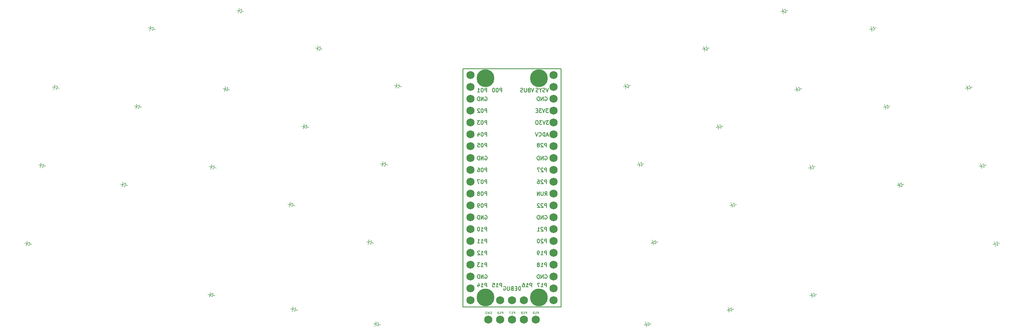
<source format=gbr>
%TF.GenerationSoftware,KiCad,Pcbnew,8.0.1*%
%TF.CreationDate,2024-05-10T10:41:52+02:00*%
%TF.ProjectId,main,6d61696e-2e6b-4696-9361-645f70636258,v1.0.0*%
%TF.SameCoordinates,Original*%
%TF.FileFunction,Legend,Bot*%
%TF.FilePolarity,Positive*%
%FSLAX46Y46*%
G04 Gerber Fmt 4.6, Leading zero omitted, Abs format (unit mm)*
G04 Created by KiCad (PCBNEW 8.0.1) date 2024-05-10 10:41:52*
%MOMM*%
%LPD*%
G01*
G04 APERTURE LIST*
%ADD10C,0.150000*%
%ADD11C,0.125000*%
%ADD12C,0.100000*%
%ADD13C,3.800000*%
%ADD14C,1.752600*%
G04 APERTURE END LIST*
D10*
X163669863Y-71524713D02*
X163669863Y-70724713D01*
X163669863Y-70724713D02*
X163365101Y-70724713D01*
X163365101Y-70724713D02*
X163288911Y-70762808D01*
X163288911Y-70762808D02*
X163250816Y-70800903D01*
X163250816Y-70800903D02*
X163212720Y-70877094D01*
X163212720Y-70877094D02*
X163212720Y-70991379D01*
X163212720Y-70991379D02*
X163250816Y-71067570D01*
X163250816Y-71067570D02*
X163288911Y-71105665D01*
X163288911Y-71105665D02*
X163365101Y-71143760D01*
X163365101Y-71143760D02*
X163669863Y-71143760D01*
X162907959Y-70800903D02*
X162869863Y-70762808D01*
X162869863Y-70762808D02*
X162793673Y-70724713D01*
X162793673Y-70724713D02*
X162603197Y-70724713D01*
X162603197Y-70724713D02*
X162527006Y-70762808D01*
X162527006Y-70762808D02*
X162488911Y-70800903D01*
X162488911Y-70800903D02*
X162450816Y-70877094D01*
X162450816Y-70877094D02*
X162450816Y-70953284D01*
X162450816Y-70953284D02*
X162488911Y-71067570D01*
X162488911Y-71067570D02*
X162946054Y-71524713D01*
X162946054Y-71524713D02*
X162450816Y-71524713D01*
X162184149Y-70724713D02*
X161650815Y-70724713D01*
X161650815Y-70724713D02*
X161993673Y-71524713D01*
X163669863Y-86764714D02*
X163669863Y-85964714D01*
X163669863Y-85964714D02*
X163365101Y-85964714D01*
X163365101Y-85964714D02*
X163288911Y-86002809D01*
X163288911Y-86002809D02*
X163250816Y-86040904D01*
X163250816Y-86040904D02*
X163212720Y-86117095D01*
X163212720Y-86117095D02*
X163212720Y-86231380D01*
X163212720Y-86231380D02*
X163250816Y-86307571D01*
X163250816Y-86307571D02*
X163288911Y-86345666D01*
X163288911Y-86345666D02*
X163365101Y-86383761D01*
X163365101Y-86383761D02*
X163669863Y-86383761D01*
X162907959Y-86040904D02*
X162869863Y-86002809D01*
X162869863Y-86002809D02*
X162793673Y-85964714D01*
X162793673Y-85964714D02*
X162603197Y-85964714D01*
X162603197Y-85964714D02*
X162527006Y-86002809D01*
X162527006Y-86002809D02*
X162488911Y-86040904D01*
X162488911Y-86040904D02*
X162450816Y-86117095D01*
X162450816Y-86117095D02*
X162450816Y-86193285D01*
X162450816Y-86193285D02*
X162488911Y-86307571D01*
X162488911Y-86307571D02*
X162946054Y-86764714D01*
X162946054Y-86764714D02*
X162450816Y-86764714D01*
X161955577Y-85964714D02*
X161879387Y-85964714D01*
X161879387Y-85964714D02*
X161803196Y-86002809D01*
X161803196Y-86002809D02*
X161765101Y-86040904D01*
X161765101Y-86040904D02*
X161727006Y-86117095D01*
X161727006Y-86117095D02*
X161688911Y-86269476D01*
X161688911Y-86269476D02*
X161688911Y-86459952D01*
X161688911Y-86459952D02*
X161727006Y-86612333D01*
X161727006Y-86612333D02*
X161765101Y-86688523D01*
X161765101Y-86688523D02*
X161803196Y-86726619D01*
X161803196Y-86726619D02*
X161879387Y-86764714D01*
X161879387Y-86764714D02*
X161955577Y-86764714D01*
X161955577Y-86764714D02*
X162031768Y-86726619D01*
X162031768Y-86726619D02*
X162069863Y-86688523D01*
X162069863Y-86688523D02*
X162107958Y-86612333D01*
X162107958Y-86612333D02*
X162146054Y-86459952D01*
X162146054Y-86459952D02*
X162146054Y-86269476D01*
X162146054Y-86269476D02*
X162107958Y-86117095D01*
X162107958Y-86117095D02*
X162069863Y-86040904D01*
X162069863Y-86040904D02*
X162031768Y-86002809D01*
X162031768Y-86002809D02*
X161955577Y-85964714D01*
X160469863Y-96224713D02*
X160469863Y-95424713D01*
X160469863Y-95424713D02*
X160165101Y-95424713D01*
X160165101Y-95424713D02*
X160088911Y-95462808D01*
X160088911Y-95462808D02*
X160050816Y-95500903D01*
X160050816Y-95500903D02*
X160012720Y-95577094D01*
X160012720Y-95577094D02*
X160012720Y-95691379D01*
X160012720Y-95691379D02*
X160050816Y-95767570D01*
X160050816Y-95767570D02*
X160088911Y-95805665D01*
X160088911Y-95805665D02*
X160165101Y-95843760D01*
X160165101Y-95843760D02*
X160469863Y-95843760D01*
X159250816Y-96224713D02*
X159707959Y-96224713D01*
X159479387Y-96224713D02*
X159479387Y-95424713D01*
X159479387Y-95424713D02*
X159555578Y-95538998D01*
X159555578Y-95538998D02*
X159631768Y-95615189D01*
X159631768Y-95615189D02*
X159707959Y-95653284D01*
X158565101Y-95424713D02*
X158717482Y-95424713D01*
X158717482Y-95424713D02*
X158793673Y-95462808D01*
X158793673Y-95462808D02*
X158831768Y-95500903D01*
X158831768Y-95500903D02*
X158907958Y-95615189D01*
X158907958Y-95615189D02*
X158946054Y-95767570D01*
X158946054Y-95767570D02*
X158946054Y-96072332D01*
X158946054Y-96072332D02*
X158907958Y-96148522D01*
X158907958Y-96148522D02*
X158869863Y-96186618D01*
X158869863Y-96186618D02*
X158793673Y-96224713D01*
X158793673Y-96224713D02*
X158641292Y-96224713D01*
X158641292Y-96224713D02*
X158565101Y-96186618D01*
X158565101Y-96186618D02*
X158527006Y-96148522D01*
X158527006Y-96148522D02*
X158488911Y-96072332D01*
X158488911Y-96072332D02*
X158488911Y-95881856D01*
X158488911Y-95881856D02*
X158527006Y-95805665D01*
X158527006Y-95805665D02*
X158565101Y-95767570D01*
X158565101Y-95767570D02*
X158641292Y-95729475D01*
X158641292Y-95729475D02*
X158793673Y-95729475D01*
X158793673Y-95729475D02*
X158869863Y-95767570D01*
X158869863Y-95767570D02*
X158907958Y-95805665D01*
X158907958Y-95805665D02*
X158946054Y-95881856D01*
X150869863Y-58824713D02*
X150869863Y-58024713D01*
X150869863Y-58024713D02*
X150565101Y-58024713D01*
X150565101Y-58024713D02*
X150488911Y-58062808D01*
X150488911Y-58062808D02*
X150450816Y-58100903D01*
X150450816Y-58100903D02*
X150412720Y-58177094D01*
X150412720Y-58177094D02*
X150412720Y-58291379D01*
X150412720Y-58291379D02*
X150450816Y-58367570D01*
X150450816Y-58367570D02*
X150488911Y-58405665D01*
X150488911Y-58405665D02*
X150565101Y-58443760D01*
X150565101Y-58443760D02*
X150869863Y-58443760D01*
X149917482Y-58024713D02*
X149841292Y-58024713D01*
X149841292Y-58024713D02*
X149765101Y-58062808D01*
X149765101Y-58062808D02*
X149727006Y-58100903D01*
X149727006Y-58100903D02*
X149688911Y-58177094D01*
X149688911Y-58177094D02*
X149650816Y-58329475D01*
X149650816Y-58329475D02*
X149650816Y-58519951D01*
X149650816Y-58519951D02*
X149688911Y-58672332D01*
X149688911Y-58672332D02*
X149727006Y-58748522D01*
X149727006Y-58748522D02*
X149765101Y-58786618D01*
X149765101Y-58786618D02*
X149841292Y-58824713D01*
X149841292Y-58824713D02*
X149917482Y-58824713D01*
X149917482Y-58824713D02*
X149993673Y-58786618D01*
X149993673Y-58786618D02*
X150031768Y-58748522D01*
X150031768Y-58748522D02*
X150069863Y-58672332D01*
X150069863Y-58672332D02*
X150107959Y-58519951D01*
X150107959Y-58519951D02*
X150107959Y-58329475D01*
X150107959Y-58329475D02*
X150069863Y-58177094D01*
X150069863Y-58177094D02*
X150031768Y-58100903D01*
X150031768Y-58100903D02*
X149993673Y-58062808D01*
X149993673Y-58062808D02*
X149917482Y-58024713D01*
X149346054Y-58100903D02*
X149307958Y-58062808D01*
X149307958Y-58062808D02*
X149231768Y-58024713D01*
X149231768Y-58024713D02*
X149041292Y-58024713D01*
X149041292Y-58024713D02*
X148965101Y-58062808D01*
X148965101Y-58062808D02*
X148927006Y-58100903D01*
X148927006Y-58100903D02*
X148888911Y-58177094D01*
X148888911Y-58177094D02*
X148888911Y-58253284D01*
X148888911Y-58253284D02*
X148927006Y-58367570D01*
X148927006Y-58367570D02*
X149384149Y-58824713D01*
X149384149Y-58824713D02*
X148888911Y-58824713D01*
X163288910Y-76604714D02*
X163555577Y-76223761D01*
X163746053Y-76604714D02*
X163746053Y-75804714D01*
X163746053Y-75804714D02*
X163441291Y-75804714D01*
X163441291Y-75804714D02*
X163365101Y-75842809D01*
X163365101Y-75842809D02*
X163327006Y-75880904D01*
X163327006Y-75880904D02*
X163288910Y-75957095D01*
X163288910Y-75957095D02*
X163288910Y-76071380D01*
X163288910Y-76071380D02*
X163327006Y-76147571D01*
X163327006Y-76147571D02*
X163365101Y-76185666D01*
X163365101Y-76185666D02*
X163441291Y-76223761D01*
X163441291Y-76223761D02*
X163746053Y-76223761D01*
X162946053Y-75804714D02*
X162946053Y-76452333D01*
X162946053Y-76452333D02*
X162907958Y-76528523D01*
X162907958Y-76528523D02*
X162869863Y-76566619D01*
X162869863Y-76566619D02*
X162793672Y-76604714D01*
X162793672Y-76604714D02*
X162641291Y-76604714D01*
X162641291Y-76604714D02*
X162565101Y-76566619D01*
X162565101Y-76566619D02*
X162527006Y-76528523D01*
X162527006Y-76528523D02*
X162488910Y-76452333D01*
X162488910Y-76452333D02*
X162488910Y-75804714D01*
X162107958Y-76604714D02*
X162107958Y-75804714D01*
X162107958Y-75804714D02*
X161650815Y-76604714D01*
X161650815Y-76604714D02*
X161650815Y-75804714D01*
X150869863Y-91844713D02*
X150869863Y-91044713D01*
X150869863Y-91044713D02*
X150565101Y-91044713D01*
X150565101Y-91044713D02*
X150488911Y-91082808D01*
X150488911Y-91082808D02*
X150450816Y-91120903D01*
X150450816Y-91120903D02*
X150412720Y-91197094D01*
X150412720Y-91197094D02*
X150412720Y-91311379D01*
X150412720Y-91311379D02*
X150450816Y-91387570D01*
X150450816Y-91387570D02*
X150488911Y-91425665D01*
X150488911Y-91425665D02*
X150565101Y-91463760D01*
X150565101Y-91463760D02*
X150869863Y-91463760D01*
X149650816Y-91844713D02*
X150107959Y-91844713D01*
X149879387Y-91844713D02*
X149879387Y-91044713D01*
X149879387Y-91044713D02*
X149955578Y-91158998D01*
X149955578Y-91158998D02*
X150031768Y-91235189D01*
X150031768Y-91235189D02*
X150107959Y-91273284D01*
X149384149Y-91044713D02*
X148888911Y-91044713D01*
X148888911Y-91044713D02*
X149155577Y-91349475D01*
X149155577Y-91349475D02*
X149041292Y-91349475D01*
X149041292Y-91349475D02*
X148965101Y-91387570D01*
X148965101Y-91387570D02*
X148927006Y-91425665D01*
X148927006Y-91425665D02*
X148888911Y-91501856D01*
X148888911Y-91501856D02*
X148888911Y-91692332D01*
X148888911Y-91692332D02*
X148927006Y-91768522D01*
X148927006Y-91768522D02*
X148965101Y-91806618D01*
X148965101Y-91806618D02*
X149041292Y-91844713D01*
X149041292Y-91844713D02*
X149269863Y-91844713D01*
X149269863Y-91844713D02*
X149346054Y-91806618D01*
X149346054Y-91806618D02*
X149384149Y-91768522D01*
X150869863Y-71524713D02*
X150869863Y-70724713D01*
X150869863Y-70724713D02*
X150565101Y-70724713D01*
X150565101Y-70724713D02*
X150488911Y-70762808D01*
X150488911Y-70762808D02*
X150450816Y-70800903D01*
X150450816Y-70800903D02*
X150412720Y-70877094D01*
X150412720Y-70877094D02*
X150412720Y-70991379D01*
X150412720Y-70991379D02*
X150450816Y-71067570D01*
X150450816Y-71067570D02*
X150488911Y-71105665D01*
X150488911Y-71105665D02*
X150565101Y-71143760D01*
X150565101Y-71143760D02*
X150869863Y-71143760D01*
X149917482Y-70724713D02*
X149841292Y-70724713D01*
X149841292Y-70724713D02*
X149765101Y-70762808D01*
X149765101Y-70762808D02*
X149727006Y-70800903D01*
X149727006Y-70800903D02*
X149688911Y-70877094D01*
X149688911Y-70877094D02*
X149650816Y-71029475D01*
X149650816Y-71029475D02*
X149650816Y-71219951D01*
X149650816Y-71219951D02*
X149688911Y-71372332D01*
X149688911Y-71372332D02*
X149727006Y-71448522D01*
X149727006Y-71448522D02*
X149765101Y-71486618D01*
X149765101Y-71486618D02*
X149841292Y-71524713D01*
X149841292Y-71524713D02*
X149917482Y-71524713D01*
X149917482Y-71524713D02*
X149993673Y-71486618D01*
X149993673Y-71486618D02*
X150031768Y-71448522D01*
X150031768Y-71448522D02*
X150069863Y-71372332D01*
X150069863Y-71372332D02*
X150107959Y-71219951D01*
X150107959Y-71219951D02*
X150107959Y-71029475D01*
X150107959Y-71029475D02*
X150069863Y-70877094D01*
X150069863Y-70877094D02*
X150031768Y-70800903D01*
X150031768Y-70800903D02*
X149993673Y-70762808D01*
X149993673Y-70762808D02*
X149917482Y-70724713D01*
X148965101Y-70724713D02*
X149117482Y-70724713D01*
X149117482Y-70724713D02*
X149193673Y-70762808D01*
X149193673Y-70762808D02*
X149231768Y-70800903D01*
X149231768Y-70800903D02*
X149307958Y-70915189D01*
X149307958Y-70915189D02*
X149346054Y-71067570D01*
X149346054Y-71067570D02*
X149346054Y-71372332D01*
X149346054Y-71372332D02*
X149307958Y-71448522D01*
X149307958Y-71448522D02*
X149269863Y-71486618D01*
X149269863Y-71486618D02*
X149193673Y-71524713D01*
X149193673Y-71524713D02*
X149041292Y-71524713D01*
X149041292Y-71524713D02*
X148965101Y-71486618D01*
X148965101Y-71486618D02*
X148927006Y-71448522D01*
X148927006Y-71448522D02*
X148888911Y-71372332D01*
X148888911Y-71372332D02*
X148888911Y-71181856D01*
X148888911Y-71181856D02*
X148927006Y-71105665D01*
X148927006Y-71105665D02*
X148965101Y-71067570D01*
X148965101Y-71067570D02*
X149041292Y-71029475D01*
X149041292Y-71029475D02*
X149193673Y-71029475D01*
X149193673Y-71029475D02*
X149269863Y-71067570D01*
X149269863Y-71067570D02*
X149307958Y-71105665D01*
X149307958Y-71105665D02*
X149346054Y-71181856D01*
X150869863Y-63904712D02*
X150869863Y-63104712D01*
X150869863Y-63104712D02*
X150565101Y-63104712D01*
X150565101Y-63104712D02*
X150488911Y-63142807D01*
X150488911Y-63142807D02*
X150450816Y-63180902D01*
X150450816Y-63180902D02*
X150412720Y-63257093D01*
X150412720Y-63257093D02*
X150412720Y-63371378D01*
X150412720Y-63371378D02*
X150450816Y-63447569D01*
X150450816Y-63447569D02*
X150488911Y-63485664D01*
X150488911Y-63485664D02*
X150565101Y-63523759D01*
X150565101Y-63523759D02*
X150869863Y-63523759D01*
X149917482Y-63104712D02*
X149841292Y-63104712D01*
X149841292Y-63104712D02*
X149765101Y-63142807D01*
X149765101Y-63142807D02*
X149727006Y-63180902D01*
X149727006Y-63180902D02*
X149688911Y-63257093D01*
X149688911Y-63257093D02*
X149650816Y-63409474D01*
X149650816Y-63409474D02*
X149650816Y-63599950D01*
X149650816Y-63599950D02*
X149688911Y-63752331D01*
X149688911Y-63752331D02*
X149727006Y-63828521D01*
X149727006Y-63828521D02*
X149765101Y-63866617D01*
X149765101Y-63866617D02*
X149841292Y-63904712D01*
X149841292Y-63904712D02*
X149917482Y-63904712D01*
X149917482Y-63904712D02*
X149993673Y-63866617D01*
X149993673Y-63866617D02*
X150031768Y-63828521D01*
X150031768Y-63828521D02*
X150069863Y-63752331D01*
X150069863Y-63752331D02*
X150107959Y-63599950D01*
X150107959Y-63599950D02*
X150107959Y-63409474D01*
X150107959Y-63409474D02*
X150069863Y-63257093D01*
X150069863Y-63257093D02*
X150031768Y-63180902D01*
X150031768Y-63180902D02*
X149993673Y-63142807D01*
X149993673Y-63142807D02*
X149917482Y-63104712D01*
X148965101Y-63371378D02*
X148965101Y-63904712D01*
X149155577Y-63066617D02*
X149346054Y-63638045D01*
X149346054Y-63638045D02*
X148850815Y-63638045D01*
X150869863Y-66244713D02*
X150869863Y-65444713D01*
X150869863Y-65444713D02*
X150565101Y-65444713D01*
X150565101Y-65444713D02*
X150488911Y-65482808D01*
X150488911Y-65482808D02*
X150450816Y-65520903D01*
X150450816Y-65520903D02*
X150412720Y-65597094D01*
X150412720Y-65597094D02*
X150412720Y-65711379D01*
X150412720Y-65711379D02*
X150450816Y-65787570D01*
X150450816Y-65787570D02*
X150488911Y-65825665D01*
X150488911Y-65825665D02*
X150565101Y-65863760D01*
X150565101Y-65863760D02*
X150869863Y-65863760D01*
X149917482Y-65444713D02*
X149841292Y-65444713D01*
X149841292Y-65444713D02*
X149765101Y-65482808D01*
X149765101Y-65482808D02*
X149727006Y-65520903D01*
X149727006Y-65520903D02*
X149688911Y-65597094D01*
X149688911Y-65597094D02*
X149650816Y-65749475D01*
X149650816Y-65749475D02*
X149650816Y-65939951D01*
X149650816Y-65939951D02*
X149688911Y-66092332D01*
X149688911Y-66092332D02*
X149727006Y-66168522D01*
X149727006Y-66168522D02*
X149765101Y-66206618D01*
X149765101Y-66206618D02*
X149841292Y-66244713D01*
X149841292Y-66244713D02*
X149917482Y-66244713D01*
X149917482Y-66244713D02*
X149993673Y-66206618D01*
X149993673Y-66206618D02*
X150031768Y-66168522D01*
X150031768Y-66168522D02*
X150069863Y-66092332D01*
X150069863Y-66092332D02*
X150107959Y-65939951D01*
X150107959Y-65939951D02*
X150107959Y-65749475D01*
X150107959Y-65749475D02*
X150069863Y-65597094D01*
X150069863Y-65597094D02*
X150031768Y-65520903D01*
X150031768Y-65520903D02*
X149993673Y-65482808D01*
X149993673Y-65482808D02*
X149917482Y-65444713D01*
X148927006Y-65444713D02*
X149307958Y-65444713D01*
X149307958Y-65444713D02*
X149346054Y-65825665D01*
X149346054Y-65825665D02*
X149307958Y-65787570D01*
X149307958Y-65787570D02*
X149231768Y-65749475D01*
X149231768Y-65749475D02*
X149041292Y-65749475D01*
X149041292Y-65749475D02*
X148965101Y-65787570D01*
X148965101Y-65787570D02*
X148927006Y-65825665D01*
X148927006Y-65825665D02*
X148888911Y-65901856D01*
X148888911Y-65901856D02*
X148888911Y-66092332D01*
X148888911Y-66092332D02*
X148927006Y-66168522D01*
X148927006Y-66168522D02*
X148965101Y-66206618D01*
X148965101Y-66206618D02*
X149041292Y-66244713D01*
X149041292Y-66244713D02*
X149231768Y-66244713D01*
X149231768Y-66244713D02*
X149307958Y-66206618D01*
X149307958Y-66206618D02*
X149346054Y-66168522D01*
X150507958Y-55522808D02*
X150584148Y-55484713D01*
X150584148Y-55484713D02*
X150698434Y-55484713D01*
X150698434Y-55484713D02*
X150812720Y-55522808D01*
X150812720Y-55522808D02*
X150888910Y-55598998D01*
X150888910Y-55598998D02*
X150927005Y-55675189D01*
X150927005Y-55675189D02*
X150965101Y-55827570D01*
X150965101Y-55827570D02*
X150965101Y-55941856D01*
X150965101Y-55941856D02*
X150927005Y-56094237D01*
X150927005Y-56094237D02*
X150888910Y-56170427D01*
X150888910Y-56170427D02*
X150812720Y-56246618D01*
X150812720Y-56246618D02*
X150698434Y-56284713D01*
X150698434Y-56284713D02*
X150622243Y-56284713D01*
X150622243Y-56284713D02*
X150507958Y-56246618D01*
X150507958Y-56246618D02*
X150469862Y-56208522D01*
X150469862Y-56208522D02*
X150469862Y-55941856D01*
X150469862Y-55941856D02*
X150622243Y-55941856D01*
X150127005Y-56284713D02*
X150127005Y-55484713D01*
X150127005Y-55484713D02*
X149669862Y-56284713D01*
X149669862Y-56284713D02*
X149669862Y-55484713D01*
X149288910Y-56284713D02*
X149288910Y-55484713D01*
X149288910Y-55484713D02*
X149098434Y-55484713D01*
X149098434Y-55484713D02*
X148984148Y-55522808D01*
X148984148Y-55522808D02*
X148907958Y-55598998D01*
X148907958Y-55598998D02*
X148869863Y-55675189D01*
X148869863Y-55675189D02*
X148831767Y-55827570D01*
X148831767Y-55827570D02*
X148831767Y-55941856D01*
X148831767Y-55941856D02*
X148869863Y-56094237D01*
X148869863Y-56094237D02*
X148907958Y-56170427D01*
X148907958Y-56170427D02*
X148984148Y-56246618D01*
X148984148Y-56246618D02*
X149098434Y-56284713D01*
X149098434Y-56284713D02*
X149288910Y-56284713D01*
X164050816Y-58024713D02*
X163555578Y-58024713D01*
X163555578Y-58024713D02*
X163822244Y-58329475D01*
X163822244Y-58329475D02*
X163707959Y-58329475D01*
X163707959Y-58329475D02*
X163631768Y-58367570D01*
X163631768Y-58367570D02*
X163593673Y-58405665D01*
X163593673Y-58405665D02*
X163555578Y-58481856D01*
X163555578Y-58481856D02*
X163555578Y-58672332D01*
X163555578Y-58672332D02*
X163593673Y-58748522D01*
X163593673Y-58748522D02*
X163631768Y-58786618D01*
X163631768Y-58786618D02*
X163707959Y-58824713D01*
X163707959Y-58824713D02*
X163936530Y-58824713D01*
X163936530Y-58824713D02*
X164012721Y-58786618D01*
X164012721Y-58786618D02*
X164050816Y-58748522D01*
X163327006Y-58024713D02*
X163060339Y-58824713D01*
X163060339Y-58824713D02*
X162793673Y-58024713D01*
X162603197Y-58024713D02*
X162107959Y-58024713D01*
X162107959Y-58024713D02*
X162374625Y-58329475D01*
X162374625Y-58329475D02*
X162260340Y-58329475D01*
X162260340Y-58329475D02*
X162184149Y-58367570D01*
X162184149Y-58367570D02*
X162146054Y-58405665D01*
X162146054Y-58405665D02*
X162107959Y-58481856D01*
X162107959Y-58481856D02*
X162107959Y-58672332D01*
X162107959Y-58672332D02*
X162146054Y-58748522D01*
X162146054Y-58748522D02*
X162184149Y-58786618D01*
X162184149Y-58786618D02*
X162260340Y-58824713D01*
X162260340Y-58824713D02*
X162488911Y-58824713D01*
X162488911Y-58824713D02*
X162565102Y-58786618D01*
X162565102Y-58786618D02*
X162603197Y-58748522D01*
X161765101Y-58405665D02*
X161498435Y-58405665D01*
X161384149Y-58824713D02*
X161765101Y-58824713D01*
X161765101Y-58824713D02*
X161765101Y-58024713D01*
X161765101Y-58024713D02*
X161384149Y-58024713D01*
X164107958Y-60564713D02*
X163612720Y-60564713D01*
X163612720Y-60564713D02*
X163879386Y-60869475D01*
X163879386Y-60869475D02*
X163765101Y-60869475D01*
X163765101Y-60869475D02*
X163688910Y-60907570D01*
X163688910Y-60907570D02*
X163650815Y-60945665D01*
X163650815Y-60945665D02*
X163612720Y-61021856D01*
X163612720Y-61021856D02*
X163612720Y-61212332D01*
X163612720Y-61212332D02*
X163650815Y-61288522D01*
X163650815Y-61288522D02*
X163688910Y-61326618D01*
X163688910Y-61326618D02*
X163765101Y-61364713D01*
X163765101Y-61364713D02*
X163993672Y-61364713D01*
X163993672Y-61364713D02*
X164069863Y-61326618D01*
X164069863Y-61326618D02*
X164107958Y-61288522D01*
X163384148Y-60564713D02*
X163117481Y-61364713D01*
X163117481Y-61364713D02*
X162850815Y-60564713D01*
X162660339Y-60564713D02*
X162165101Y-60564713D01*
X162165101Y-60564713D02*
X162431767Y-60869475D01*
X162431767Y-60869475D02*
X162317482Y-60869475D01*
X162317482Y-60869475D02*
X162241291Y-60907570D01*
X162241291Y-60907570D02*
X162203196Y-60945665D01*
X162203196Y-60945665D02*
X162165101Y-61021856D01*
X162165101Y-61021856D02*
X162165101Y-61212332D01*
X162165101Y-61212332D02*
X162203196Y-61288522D01*
X162203196Y-61288522D02*
X162241291Y-61326618D01*
X162241291Y-61326618D02*
X162317482Y-61364713D01*
X162317482Y-61364713D02*
X162546053Y-61364713D01*
X162546053Y-61364713D02*
X162622244Y-61326618D01*
X162622244Y-61326618D02*
X162660339Y-61288522D01*
X161669862Y-60564713D02*
X161517481Y-60564713D01*
X161517481Y-60564713D02*
X161441291Y-60602808D01*
X161441291Y-60602808D02*
X161365100Y-60678998D01*
X161365100Y-60678998D02*
X161327005Y-60831379D01*
X161327005Y-60831379D02*
X161327005Y-61098046D01*
X161327005Y-61098046D02*
X161365100Y-61250427D01*
X161365100Y-61250427D02*
X161441291Y-61326618D01*
X161441291Y-61326618D02*
X161517481Y-61364713D01*
X161517481Y-61364713D02*
X161669862Y-61364713D01*
X161669862Y-61364713D02*
X161746053Y-61326618D01*
X161746053Y-61326618D02*
X161822243Y-61250427D01*
X161822243Y-61250427D02*
X161860339Y-61098046D01*
X161860339Y-61098046D02*
X161860339Y-60831379D01*
X161860339Y-60831379D02*
X161822243Y-60678998D01*
X161822243Y-60678998D02*
X161746053Y-60602808D01*
X161746053Y-60602808D02*
X161669862Y-60564713D01*
X150869863Y-89304713D02*
X150869863Y-88504713D01*
X150869863Y-88504713D02*
X150565101Y-88504713D01*
X150565101Y-88504713D02*
X150488911Y-88542808D01*
X150488911Y-88542808D02*
X150450816Y-88580903D01*
X150450816Y-88580903D02*
X150412720Y-88657094D01*
X150412720Y-88657094D02*
X150412720Y-88771379D01*
X150412720Y-88771379D02*
X150450816Y-88847570D01*
X150450816Y-88847570D02*
X150488911Y-88885665D01*
X150488911Y-88885665D02*
X150565101Y-88923760D01*
X150565101Y-88923760D02*
X150869863Y-88923760D01*
X149650816Y-89304713D02*
X150107959Y-89304713D01*
X149879387Y-89304713D02*
X149879387Y-88504713D01*
X149879387Y-88504713D02*
X149955578Y-88618998D01*
X149955578Y-88618998D02*
X150031768Y-88695189D01*
X150031768Y-88695189D02*
X150107959Y-88733284D01*
X149346054Y-88580903D02*
X149307958Y-88542808D01*
X149307958Y-88542808D02*
X149231768Y-88504713D01*
X149231768Y-88504713D02*
X149041292Y-88504713D01*
X149041292Y-88504713D02*
X148965101Y-88542808D01*
X148965101Y-88542808D02*
X148927006Y-88580903D01*
X148927006Y-88580903D02*
X148888911Y-88657094D01*
X148888911Y-88657094D02*
X148888911Y-88733284D01*
X148888911Y-88733284D02*
X148927006Y-88847570D01*
X148927006Y-88847570D02*
X149384149Y-89304713D01*
X149384149Y-89304713D02*
X148888911Y-89304713D01*
X163307958Y-80922808D02*
X163384148Y-80884713D01*
X163384148Y-80884713D02*
X163498434Y-80884713D01*
X163498434Y-80884713D02*
X163612720Y-80922808D01*
X163612720Y-80922808D02*
X163688910Y-80998998D01*
X163688910Y-80998998D02*
X163727005Y-81075189D01*
X163727005Y-81075189D02*
X163765101Y-81227570D01*
X163765101Y-81227570D02*
X163765101Y-81341856D01*
X163765101Y-81341856D02*
X163727005Y-81494237D01*
X163727005Y-81494237D02*
X163688910Y-81570427D01*
X163688910Y-81570427D02*
X163612720Y-81646618D01*
X163612720Y-81646618D02*
X163498434Y-81684713D01*
X163498434Y-81684713D02*
X163422243Y-81684713D01*
X163422243Y-81684713D02*
X163307958Y-81646618D01*
X163307958Y-81646618D02*
X163269862Y-81608522D01*
X163269862Y-81608522D02*
X163269862Y-81341856D01*
X163269862Y-81341856D02*
X163422243Y-81341856D01*
X162927005Y-81684713D02*
X162927005Y-80884713D01*
X162927005Y-80884713D02*
X162469862Y-81684713D01*
X162469862Y-81684713D02*
X162469862Y-80884713D01*
X162088910Y-81684713D02*
X162088910Y-80884713D01*
X162088910Y-80884713D02*
X161898434Y-80884713D01*
X161898434Y-80884713D02*
X161784148Y-80922808D01*
X161784148Y-80922808D02*
X161707958Y-80998998D01*
X161707958Y-80998998D02*
X161669863Y-81075189D01*
X161669863Y-81075189D02*
X161631767Y-81227570D01*
X161631767Y-81227570D02*
X161631767Y-81341856D01*
X161631767Y-81341856D02*
X161669863Y-81494237D01*
X161669863Y-81494237D02*
X161707958Y-81570427D01*
X161707958Y-81570427D02*
X161784148Y-81646618D01*
X161784148Y-81646618D02*
X161898434Y-81684713D01*
X161898434Y-81684713D02*
X162088910Y-81684713D01*
X158088910Y-96924713D02*
X158088910Y-96124713D01*
X158088910Y-96124713D02*
X157898434Y-96124713D01*
X157898434Y-96124713D02*
X157784148Y-96162808D01*
X157784148Y-96162808D02*
X157707958Y-96238998D01*
X157707958Y-96238998D02*
X157669863Y-96315189D01*
X157669863Y-96315189D02*
X157631767Y-96467570D01*
X157631767Y-96467570D02*
X157631767Y-96581856D01*
X157631767Y-96581856D02*
X157669863Y-96734237D01*
X157669863Y-96734237D02*
X157707958Y-96810427D01*
X157707958Y-96810427D02*
X157784148Y-96886618D01*
X157784148Y-96886618D02*
X157898434Y-96924713D01*
X157898434Y-96924713D02*
X158088910Y-96924713D01*
X157288910Y-96505665D02*
X157022244Y-96505665D01*
X156907958Y-96924713D02*
X157288910Y-96924713D01*
X157288910Y-96924713D02*
X157288910Y-96124713D01*
X157288910Y-96124713D02*
X156907958Y-96124713D01*
X156298434Y-96505665D02*
X156184148Y-96543760D01*
X156184148Y-96543760D02*
X156146053Y-96581856D01*
X156146053Y-96581856D02*
X156107957Y-96658046D01*
X156107957Y-96658046D02*
X156107957Y-96772332D01*
X156107957Y-96772332D02*
X156146053Y-96848522D01*
X156146053Y-96848522D02*
X156184148Y-96886618D01*
X156184148Y-96886618D02*
X156260338Y-96924713D01*
X156260338Y-96924713D02*
X156565100Y-96924713D01*
X156565100Y-96924713D02*
X156565100Y-96124713D01*
X156565100Y-96124713D02*
X156298434Y-96124713D01*
X156298434Y-96124713D02*
X156222243Y-96162808D01*
X156222243Y-96162808D02*
X156184148Y-96200903D01*
X156184148Y-96200903D02*
X156146053Y-96277094D01*
X156146053Y-96277094D02*
X156146053Y-96353284D01*
X156146053Y-96353284D02*
X156184148Y-96429475D01*
X156184148Y-96429475D02*
X156222243Y-96467570D01*
X156222243Y-96467570D02*
X156298434Y-96505665D01*
X156298434Y-96505665D02*
X156565100Y-96505665D01*
X155765100Y-96124713D02*
X155765100Y-96772332D01*
X155765100Y-96772332D02*
X155727005Y-96848522D01*
X155727005Y-96848522D02*
X155688910Y-96886618D01*
X155688910Y-96886618D02*
X155612719Y-96924713D01*
X155612719Y-96924713D02*
X155460338Y-96924713D01*
X155460338Y-96924713D02*
X155384148Y-96886618D01*
X155384148Y-96886618D02*
X155346053Y-96848522D01*
X155346053Y-96848522D02*
X155307957Y-96772332D01*
X155307957Y-96772332D02*
X155307957Y-96124713D01*
X154507958Y-96162808D02*
X154584148Y-96124713D01*
X154584148Y-96124713D02*
X154698434Y-96124713D01*
X154698434Y-96124713D02*
X154812720Y-96162808D01*
X154812720Y-96162808D02*
X154888910Y-96238998D01*
X154888910Y-96238998D02*
X154927005Y-96315189D01*
X154927005Y-96315189D02*
X154965101Y-96467570D01*
X154965101Y-96467570D02*
X154965101Y-96581856D01*
X154965101Y-96581856D02*
X154927005Y-96734237D01*
X154927005Y-96734237D02*
X154888910Y-96810427D01*
X154888910Y-96810427D02*
X154812720Y-96886618D01*
X154812720Y-96886618D02*
X154698434Y-96924713D01*
X154698434Y-96924713D02*
X154622243Y-96924713D01*
X154622243Y-96924713D02*
X154507958Y-96886618D01*
X154507958Y-96886618D02*
X154469862Y-96848522D01*
X154469862Y-96848522D02*
X154469862Y-96581856D01*
X154469862Y-96581856D02*
X154622243Y-96581856D01*
X163669863Y-66244713D02*
X163669863Y-65444713D01*
X163669863Y-65444713D02*
X163365101Y-65444713D01*
X163365101Y-65444713D02*
X163288911Y-65482808D01*
X163288911Y-65482808D02*
X163250816Y-65520903D01*
X163250816Y-65520903D02*
X163212720Y-65597094D01*
X163212720Y-65597094D02*
X163212720Y-65711379D01*
X163212720Y-65711379D02*
X163250816Y-65787570D01*
X163250816Y-65787570D02*
X163288911Y-65825665D01*
X163288911Y-65825665D02*
X163365101Y-65863760D01*
X163365101Y-65863760D02*
X163669863Y-65863760D01*
X162907959Y-65520903D02*
X162869863Y-65482808D01*
X162869863Y-65482808D02*
X162793673Y-65444713D01*
X162793673Y-65444713D02*
X162603197Y-65444713D01*
X162603197Y-65444713D02*
X162527006Y-65482808D01*
X162527006Y-65482808D02*
X162488911Y-65520903D01*
X162488911Y-65520903D02*
X162450816Y-65597094D01*
X162450816Y-65597094D02*
X162450816Y-65673284D01*
X162450816Y-65673284D02*
X162488911Y-65787570D01*
X162488911Y-65787570D02*
X162946054Y-66244713D01*
X162946054Y-66244713D02*
X162450816Y-66244713D01*
X161993673Y-65787570D02*
X162069863Y-65749475D01*
X162069863Y-65749475D02*
X162107958Y-65711379D01*
X162107958Y-65711379D02*
X162146054Y-65635189D01*
X162146054Y-65635189D02*
X162146054Y-65597094D01*
X162146054Y-65597094D02*
X162107958Y-65520903D01*
X162107958Y-65520903D02*
X162069863Y-65482808D01*
X162069863Y-65482808D02*
X161993673Y-65444713D01*
X161993673Y-65444713D02*
X161841292Y-65444713D01*
X161841292Y-65444713D02*
X161765101Y-65482808D01*
X161765101Y-65482808D02*
X161727006Y-65520903D01*
X161727006Y-65520903D02*
X161688911Y-65597094D01*
X161688911Y-65597094D02*
X161688911Y-65635189D01*
X161688911Y-65635189D02*
X161727006Y-65711379D01*
X161727006Y-65711379D02*
X161765101Y-65749475D01*
X161765101Y-65749475D02*
X161841292Y-65787570D01*
X161841292Y-65787570D02*
X161993673Y-65787570D01*
X161993673Y-65787570D02*
X162069863Y-65825665D01*
X162069863Y-65825665D02*
X162107958Y-65863760D01*
X162107958Y-65863760D02*
X162146054Y-65939951D01*
X162146054Y-65939951D02*
X162146054Y-66092332D01*
X162146054Y-66092332D02*
X162107958Y-66168522D01*
X162107958Y-66168522D02*
X162069863Y-66206618D01*
X162069863Y-66206618D02*
X161993673Y-66244713D01*
X161993673Y-66244713D02*
X161841292Y-66244713D01*
X161841292Y-66244713D02*
X161765101Y-66206618D01*
X161765101Y-66206618D02*
X161727006Y-66168522D01*
X161727006Y-66168522D02*
X161688911Y-66092332D01*
X161688911Y-66092332D02*
X161688911Y-65939951D01*
X161688911Y-65939951D02*
X161727006Y-65863760D01*
X161727006Y-65863760D02*
X161765101Y-65825665D01*
X161765101Y-65825665D02*
X161841292Y-65787570D01*
X154069863Y-96224713D02*
X154069863Y-95424713D01*
X154069863Y-95424713D02*
X153765101Y-95424713D01*
X153765101Y-95424713D02*
X153688911Y-95462808D01*
X153688911Y-95462808D02*
X153650816Y-95500903D01*
X153650816Y-95500903D02*
X153612720Y-95577094D01*
X153612720Y-95577094D02*
X153612720Y-95691379D01*
X153612720Y-95691379D02*
X153650816Y-95767570D01*
X153650816Y-95767570D02*
X153688911Y-95805665D01*
X153688911Y-95805665D02*
X153765101Y-95843760D01*
X153765101Y-95843760D02*
X154069863Y-95843760D01*
X152850816Y-96224713D02*
X153307959Y-96224713D01*
X153079387Y-96224713D02*
X153079387Y-95424713D01*
X153079387Y-95424713D02*
X153155578Y-95538998D01*
X153155578Y-95538998D02*
X153231768Y-95615189D01*
X153231768Y-95615189D02*
X153307959Y-95653284D01*
X152127006Y-95424713D02*
X152507958Y-95424713D01*
X152507958Y-95424713D02*
X152546054Y-95805665D01*
X152546054Y-95805665D02*
X152507958Y-95767570D01*
X152507958Y-95767570D02*
X152431768Y-95729475D01*
X152431768Y-95729475D02*
X152241292Y-95729475D01*
X152241292Y-95729475D02*
X152165101Y-95767570D01*
X152165101Y-95767570D02*
X152127006Y-95805665D01*
X152127006Y-95805665D02*
X152088911Y-95881856D01*
X152088911Y-95881856D02*
X152088911Y-96072332D01*
X152088911Y-96072332D02*
X152127006Y-96148522D01*
X152127006Y-96148522D02*
X152165101Y-96186618D01*
X152165101Y-96186618D02*
X152241292Y-96224713D01*
X152241292Y-96224713D02*
X152431768Y-96224713D01*
X152431768Y-96224713D02*
X152507958Y-96186618D01*
X152507958Y-96186618D02*
X152546054Y-96148522D01*
X163669863Y-74064712D02*
X163669863Y-73264712D01*
X163669863Y-73264712D02*
X163365101Y-73264712D01*
X163365101Y-73264712D02*
X163288911Y-73302807D01*
X163288911Y-73302807D02*
X163250816Y-73340902D01*
X163250816Y-73340902D02*
X163212720Y-73417093D01*
X163212720Y-73417093D02*
X163212720Y-73531378D01*
X163212720Y-73531378D02*
X163250816Y-73607569D01*
X163250816Y-73607569D02*
X163288911Y-73645664D01*
X163288911Y-73645664D02*
X163365101Y-73683759D01*
X163365101Y-73683759D02*
X163669863Y-73683759D01*
X162907959Y-73340902D02*
X162869863Y-73302807D01*
X162869863Y-73302807D02*
X162793673Y-73264712D01*
X162793673Y-73264712D02*
X162603197Y-73264712D01*
X162603197Y-73264712D02*
X162527006Y-73302807D01*
X162527006Y-73302807D02*
X162488911Y-73340902D01*
X162488911Y-73340902D02*
X162450816Y-73417093D01*
X162450816Y-73417093D02*
X162450816Y-73493283D01*
X162450816Y-73493283D02*
X162488911Y-73607569D01*
X162488911Y-73607569D02*
X162946054Y-74064712D01*
X162946054Y-74064712D02*
X162450816Y-74064712D01*
X161765101Y-73264712D02*
X161917482Y-73264712D01*
X161917482Y-73264712D02*
X161993673Y-73302807D01*
X161993673Y-73302807D02*
X162031768Y-73340902D01*
X162031768Y-73340902D02*
X162107958Y-73455188D01*
X162107958Y-73455188D02*
X162146054Y-73607569D01*
X162146054Y-73607569D02*
X162146054Y-73912331D01*
X162146054Y-73912331D02*
X162107958Y-73988521D01*
X162107958Y-73988521D02*
X162069863Y-74026617D01*
X162069863Y-74026617D02*
X161993673Y-74064712D01*
X161993673Y-74064712D02*
X161841292Y-74064712D01*
X161841292Y-74064712D02*
X161765101Y-74026617D01*
X161765101Y-74026617D02*
X161727006Y-73988521D01*
X161727006Y-73988521D02*
X161688911Y-73912331D01*
X161688911Y-73912331D02*
X161688911Y-73721855D01*
X161688911Y-73721855D02*
X161727006Y-73645664D01*
X161727006Y-73645664D02*
X161765101Y-73607569D01*
X161765101Y-73607569D02*
X161841292Y-73569474D01*
X161841292Y-73569474D02*
X161993673Y-73569474D01*
X161993673Y-73569474D02*
X162069863Y-73607569D01*
X162069863Y-73607569D02*
X162107958Y-73645664D01*
X162107958Y-73645664D02*
X162146054Y-73721855D01*
X163307958Y-68222808D02*
X163384148Y-68184713D01*
X163384148Y-68184713D02*
X163498434Y-68184713D01*
X163498434Y-68184713D02*
X163612720Y-68222808D01*
X163612720Y-68222808D02*
X163688910Y-68298998D01*
X163688910Y-68298998D02*
X163727005Y-68375189D01*
X163727005Y-68375189D02*
X163765101Y-68527570D01*
X163765101Y-68527570D02*
X163765101Y-68641856D01*
X163765101Y-68641856D02*
X163727005Y-68794237D01*
X163727005Y-68794237D02*
X163688910Y-68870427D01*
X163688910Y-68870427D02*
X163612720Y-68946618D01*
X163612720Y-68946618D02*
X163498434Y-68984713D01*
X163498434Y-68984713D02*
X163422243Y-68984713D01*
X163422243Y-68984713D02*
X163307958Y-68946618D01*
X163307958Y-68946618D02*
X163269862Y-68908522D01*
X163269862Y-68908522D02*
X163269862Y-68641856D01*
X163269862Y-68641856D02*
X163422243Y-68641856D01*
X162927005Y-68984713D02*
X162927005Y-68184713D01*
X162927005Y-68184713D02*
X162469862Y-68984713D01*
X162469862Y-68984713D02*
X162469862Y-68184713D01*
X162088910Y-68984713D02*
X162088910Y-68184713D01*
X162088910Y-68184713D02*
X161898434Y-68184713D01*
X161898434Y-68184713D02*
X161784148Y-68222808D01*
X161784148Y-68222808D02*
X161707958Y-68298998D01*
X161707958Y-68298998D02*
X161669863Y-68375189D01*
X161669863Y-68375189D02*
X161631767Y-68527570D01*
X161631767Y-68527570D02*
X161631767Y-68641856D01*
X161631767Y-68641856D02*
X161669863Y-68794237D01*
X161669863Y-68794237D02*
X161707958Y-68870427D01*
X161707958Y-68870427D02*
X161784148Y-68946618D01*
X161784148Y-68946618D02*
X161898434Y-68984713D01*
X161898434Y-68984713D02*
X162088910Y-68984713D01*
X150507958Y-93622808D02*
X150584148Y-93584713D01*
X150584148Y-93584713D02*
X150698434Y-93584713D01*
X150698434Y-93584713D02*
X150812720Y-93622808D01*
X150812720Y-93622808D02*
X150888910Y-93698998D01*
X150888910Y-93698998D02*
X150927005Y-93775189D01*
X150927005Y-93775189D02*
X150965101Y-93927570D01*
X150965101Y-93927570D02*
X150965101Y-94041856D01*
X150965101Y-94041856D02*
X150927005Y-94194237D01*
X150927005Y-94194237D02*
X150888910Y-94270427D01*
X150888910Y-94270427D02*
X150812720Y-94346618D01*
X150812720Y-94346618D02*
X150698434Y-94384713D01*
X150698434Y-94384713D02*
X150622243Y-94384713D01*
X150622243Y-94384713D02*
X150507958Y-94346618D01*
X150507958Y-94346618D02*
X150469862Y-94308522D01*
X150469862Y-94308522D02*
X150469862Y-94041856D01*
X150469862Y-94041856D02*
X150622243Y-94041856D01*
X150127005Y-94384713D02*
X150127005Y-93584713D01*
X150127005Y-93584713D02*
X149669862Y-94384713D01*
X149669862Y-94384713D02*
X149669862Y-93584713D01*
X149288910Y-94384713D02*
X149288910Y-93584713D01*
X149288910Y-93584713D02*
X149098434Y-93584713D01*
X149098434Y-93584713D02*
X148984148Y-93622808D01*
X148984148Y-93622808D02*
X148907958Y-93698998D01*
X148907958Y-93698998D02*
X148869863Y-93775189D01*
X148869863Y-93775189D02*
X148831767Y-93927570D01*
X148831767Y-93927570D02*
X148831767Y-94041856D01*
X148831767Y-94041856D02*
X148869863Y-94194237D01*
X148869863Y-94194237D02*
X148907958Y-94270427D01*
X148907958Y-94270427D02*
X148984148Y-94346618D01*
X148984148Y-94346618D02*
X149098434Y-94384713D01*
X149098434Y-94384713D02*
X149288910Y-94384713D01*
X150869863Y-54444712D02*
X150869863Y-53644712D01*
X150869863Y-53644712D02*
X150565101Y-53644712D01*
X150565101Y-53644712D02*
X150488911Y-53682807D01*
X150488911Y-53682807D02*
X150450816Y-53720902D01*
X150450816Y-53720902D02*
X150412720Y-53797093D01*
X150412720Y-53797093D02*
X150412720Y-53911378D01*
X150412720Y-53911378D02*
X150450816Y-53987569D01*
X150450816Y-53987569D02*
X150488911Y-54025664D01*
X150488911Y-54025664D02*
X150565101Y-54063759D01*
X150565101Y-54063759D02*
X150869863Y-54063759D01*
X149917482Y-53644712D02*
X149841292Y-53644712D01*
X149841292Y-53644712D02*
X149765101Y-53682807D01*
X149765101Y-53682807D02*
X149727006Y-53720902D01*
X149727006Y-53720902D02*
X149688911Y-53797093D01*
X149688911Y-53797093D02*
X149650816Y-53949474D01*
X149650816Y-53949474D02*
X149650816Y-54139950D01*
X149650816Y-54139950D02*
X149688911Y-54292331D01*
X149688911Y-54292331D02*
X149727006Y-54368521D01*
X149727006Y-54368521D02*
X149765101Y-54406617D01*
X149765101Y-54406617D02*
X149841292Y-54444712D01*
X149841292Y-54444712D02*
X149917482Y-54444712D01*
X149917482Y-54444712D02*
X149993673Y-54406617D01*
X149993673Y-54406617D02*
X150031768Y-54368521D01*
X150031768Y-54368521D02*
X150069863Y-54292331D01*
X150069863Y-54292331D02*
X150107959Y-54139950D01*
X150107959Y-54139950D02*
X150107959Y-53949474D01*
X150107959Y-53949474D02*
X150069863Y-53797093D01*
X150069863Y-53797093D02*
X150031768Y-53720902D01*
X150031768Y-53720902D02*
X149993673Y-53682807D01*
X149993673Y-53682807D02*
X149917482Y-53644712D01*
X148888911Y-54444712D02*
X149346054Y-54444712D01*
X149117482Y-54444712D02*
X149117482Y-53644712D01*
X149117482Y-53644712D02*
X149193673Y-53758997D01*
X149193673Y-53758997D02*
X149269863Y-53835188D01*
X149269863Y-53835188D02*
X149346054Y-53873283D01*
X150869863Y-61364713D02*
X150869863Y-60564713D01*
X150869863Y-60564713D02*
X150565101Y-60564713D01*
X150565101Y-60564713D02*
X150488911Y-60602808D01*
X150488911Y-60602808D02*
X150450816Y-60640903D01*
X150450816Y-60640903D02*
X150412720Y-60717094D01*
X150412720Y-60717094D02*
X150412720Y-60831379D01*
X150412720Y-60831379D02*
X150450816Y-60907570D01*
X150450816Y-60907570D02*
X150488911Y-60945665D01*
X150488911Y-60945665D02*
X150565101Y-60983760D01*
X150565101Y-60983760D02*
X150869863Y-60983760D01*
X149917482Y-60564713D02*
X149841292Y-60564713D01*
X149841292Y-60564713D02*
X149765101Y-60602808D01*
X149765101Y-60602808D02*
X149727006Y-60640903D01*
X149727006Y-60640903D02*
X149688911Y-60717094D01*
X149688911Y-60717094D02*
X149650816Y-60869475D01*
X149650816Y-60869475D02*
X149650816Y-61059951D01*
X149650816Y-61059951D02*
X149688911Y-61212332D01*
X149688911Y-61212332D02*
X149727006Y-61288522D01*
X149727006Y-61288522D02*
X149765101Y-61326618D01*
X149765101Y-61326618D02*
X149841292Y-61364713D01*
X149841292Y-61364713D02*
X149917482Y-61364713D01*
X149917482Y-61364713D02*
X149993673Y-61326618D01*
X149993673Y-61326618D02*
X150031768Y-61288522D01*
X150031768Y-61288522D02*
X150069863Y-61212332D01*
X150069863Y-61212332D02*
X150107959Y-61059951D01*
X150107959Y-61059951D02*
X150107959Y-60869475D01*
X150107959Y-60869475D02*
X150069863Y-60717094D01*
X150069863Y-60717094D02*
X150031768Y-60640903D01*
X150031768Y-60640903D02*
X149993673Y-60602808D01*
X149993673Y-60602808D02*
X149917482Y-60564713D01*
X149384149Y-60564713D02*
X148888911Y-60564713D01*
X148888911Y-60564713D02*
X149155577Y-60869475D01*
X149155577Y-60869475D02*
X149041292Y-60869475D01*
X149041292Y-60869475D02*
X148965101Y-60907570D01*
X148965101Y-60907570D02*
X148927006Y-60945665D01*
X148927006Y-60945665D02*
X148888911Y-61021856D01*
X148888911Y-61021856D02*
X148888911Y-61212332D01*
X148888911Y-61212332D02*
X148927006Y-61288522D01*
X148927006Y-61288522D02*
X148965101Y-61326618D01*
X148965101Y-61326618D02*
X149041292Y-61364713D01*
X149041292Y-61364713D02*
X149269863Y-61364713D01*
X149269863Y-61364713D02*
X149346054Y-61326618D01*
X149346054Y-61326618D02*
X149384149Y-61288522D01*
X160965101Y-53644713D02*
X160698434Y-54444713D01*
X160698434Y-54444713D02*
X160431768Y-53644713D01*
X159898435Y-54025665D02*
X159784149Y-54063760D01*
X159784149Y-54063760D02*
X159746054Y-54101856D01*
X159746054Y-54101856D02*
X159707958Y-54178046D01*
X159707958Y-54178046D02*
X159707958Y-54292332D01*
X159707958Y-54292332D02*
X159746054Y-54368522D01*
X159746054Y-54368522D02*
X159784149Y-54406618D01*
X159784149Y-54406618D02*
X159860339Y-54444713D01*
X159860339Y-54444713D02*
X160165101Y-54444713D01*
X160165101Y-54444713D02*
X160165101Y-53644713D01*
X160165101Y-53644713D02*
X159898435Y-53644713D01*
X159898435Y-53644713D02*
X159822244Y-53682808D01*
X159822244Y-53682808D02*
X159784149Y-53720903D01*
X159784149Y-53720903D02*
X159746054Y-53797094D01*
X159746054Y-53797094D02*
X159746054Y-53873284D01*
X159746054Y-53873284D02*
X159784149Y-53949475D01*
X159784149Y-53949475D02*
X159822244Y-53987570D01*
X159822244Y-53987570D02*
X159898435Y-54025665D01*
X159898435Y-54025665D02*
X160165101Y-54025665D01*
X159365101Y-53644713D02*
X159365101Y-54292332D01*
X159365101Y-54292332D02*
X159327006Y-54368522D01*
X159327006Y-54368522D02*
X159288911Y-54406618D01*
X159288911Y-54406618D02*
X159212720Y-54444713D01*
X159212720Y-54444713D02*
X159060339Y-54444713D01*
X159060339Y-54444713D02*
X158984149Y-54406618D01*
X158984149Y-54406618D02*
X158946054Y-54368522D01*
X158946054Y-54368522D02*
X158907958Y-54292332D01*
X158907958Y-54292332D02*
X158907958Y-53644713D01*
X158565102Y-54406618D02*
X158450816Y-54444713D01*
X158450816Y-54444713D02*
X158260340Y-54444713D01*
X158260340Y-54444713D02*
X158184149Y-54406618D01*
X158184149Y-54406618D02*
X158146054Y-54368522D01*
X158146054Y-54368522D02*
X158107959Y-54292332D01*
X158107959Y-54292332D02*
X158107959Y-54216141D01*
X158107959Y-54216141D02*
X158146054Y-54139951D01*
X158146054Y-54139951D02*
X158184149Y-54101856D01*
X158184149Y-54101856D02*
X158260340Y-54063760D01*
X158260340Y-54063760D02*
X158412721Y-54025665D01*
X158412721Y-54025665D02*
X158488911Y-53987570D01*
X158488911Y-53987570D02*
X158527006Y-53949475D01*
X158527006Y-53949475D02*
X158565102Y-53873284D01*
X158565102Y-53873284D02*
X158565102Y-53797094D01*
X158565102Y-53797094D02*
X158527006Y-53720903D01*
X158527006Y-53720903D02*
X158488911Y-53682808D01*
X158488911Y-53682808D02*
X158412721Y-53644713D01*
X158412721Y-53644713D02*
X158222244Y-53644713D01*
X158222244Y-53644713D02*
X158107959Y-53682808D01*
X163669863Y-89304713D02*
X163669863Y-88504713D01*
X163669863Y-88504713D02*
X163365101Y-88504713D01*
X163365101Y-88504713D02*
X163288911Y-88542808D01*
X163288911Y-88542808D02*
X163250816Y-88580903D01*
X163250816Y-88580903D02*
X163212720Y-88657094D01*
X163212720Y-88657094D02*
X163212720Y-88771379D01*
X163212720Y-88771379D02*
X163250816Y-88847570D01*
X163250816Y-88847570D02*
X163288911Y-88885665D01*
X163288911Y-88885665D02*
X163365101Y-88923760D01*
X163365101Y-88923760D02*
X163669863Y-88923760D01*
X162450816Y-89304713D02*
X162907959Y-89304713D01*
X162679387Y-89304713D02*
X162679387Y-88504713D01*
X162679387Y-88504713D02*
X162755578Y-88618998D01*
X162755578Y-88618998D02*
X162831768Y-88695189D01*
X162831768Y-88695189D02*
X162907959Y-88733284D01*
X162069863Y-89304713D02*
X161917482Y-89304713D01*
X161917482Y-89304713D02*
X161841292Y-89266618D01*
X161841292Y-89266618D02*
X161803196Y-89228522D01*
X161803196Y-89228522D02*
X161727006Y-89114237D01*
X161727006Y-89114237D02*
X161688911Y-88961856D01*
X161688911Y-88961856D02*
X161688911Y-88657094D01*
X161688911Y-88657094D02*
X161727006Y-88580903D01*
X161727006Y-88580903D02*
X161765101Y-88542808D01*
X161765101Y-88542808D02*
X161841292Y-88504713D01*
X161841292Y-88504713D02*
X161993673Y-88504713D01*
X161993673Y-88504713D02*
X162069863Y-88542808D01*
X162069863Y-88542808D02*
X162107958Y-88580903D01*
X162107958Y-88580903D02*
X162146054Y-88657094D01*
X162146054Y-88657094D02*
X162146054Y-88847570D01*
X162146054Y-88847570D02*
X162107958Y-88923760D01*
X162107958Y-88923760D02*
X162069863Y-88961856D01*
X162069863Y-88961856D02*
X161993673Y-88999951D01*
X161993673Y-88999951D02*
X161841292Y-88999951D01*
X161841292Y-88999951D02*
X161765101Y-88961856D01*
X161765101Y-88961856D02*
X161727006Y-88923760D01*
X161727006Y-88923760D02*
X161688911Y-88847570D01*
X150507958Y-68222808D02*
X150584148Y-68184713D01*
X150584148Y-68184713D02*
X150698434Y-68184713D01*
X150698434Y-68184713D02*
X150812720Y-68222808D01*
X150812720Y-68222808D02*
X150888910Y-68298998D01*
X150888910Y-68298998D02*
X150927005Y-68375189D01*
X150927005Y-68375189D02*
X150965101Y-68527570D01*
X150965101Y-68527570D02*
X150965101Y-68641856D01*
X150965101Y-68641856D02*
X150927005Y-68794237D01*
X150927005Y-68794237D02*
X150888910Y-68870427D01*
X150888910Y-68870427D02*
X150812720Y-68946618D01*
X150812720Y-68946618D02*
X150698434Y-68984713D01*
X150698434Y-68984713D02*
X150622243Y-68984713D01*
X150622243Y-68984713D02*
X150507958Y-68946618D01*
X150507958Y-68946618D02*
X150469862Y-68908522D01*
X150469862Y-68908522D02*
X150469862Y-68641856D01*
X150469862Y-68641856D02*
X150622243Y-68641856D01*
X150127005Y-68984713D02*
X150127005Y-68184713D01*
X150127005Y-68184713D02*
X149669862Y-68984713D01*
X149669862Y-68984713D02*
X149669862Y-68184713D01*
X149288910Y-68984713D02*
X149288910Y-68184713D01*
X149288910Y-68184713D02*
X149098434Y-68184713D01*
X149098434Y-68184713D02*
X148984148Y-68222808D01*
X148984148Y-68222808D02*
X148907958Y-68298998D01*
X148907958Y-68298998D02*
X148869863Y-68375189D01*
X148869863Y-68375189D02*
X148831767Y-68527570D01*
X148831767Y-68527570D02*
X148831767Y-68641856D01*
X148831767Y-68641856D02*
X148869863Y-68794237D01*
X148869863Y-68794237D02*
X148907958Y-68870427D01*
X148907958Y-68870427D02*
X148984148Y-68946618D01*
X148984148Y-68946618D02*
X149098434Y-68984713D01*
X149098434Y-68984713D02*
X149288910Y-68984713D01*
X150869863Y-84224713D02*
X150869863Y-83424713D01*
X150869863Y-83424713D02*
X150565101Y-83424713D01*
X150565101Y-83424713D02*
X150488911Y-83462808D01*
X150488911Y-83462808D02*
X150450816Y-83500903D01*
X150450816Y-83500903D02*
X150412720Y-83577094D01*
X150412720Y-83577094D02*
X150412720Y-83691379D01*
X150412720Y-83691379D02*
X150450816Y-83767570D01*
X150450816Y-83767570D02*
X150488911Y-83805665D01*
X150488911Y-83805665D02*
X150565101Y-83843760D01*
X150565101Y-83843760D02*
X150869863Y-83843760D01*
X149650816Y-84224713D02*
X150107959Y-84224713D01*
X149879387Y-84224713D02*
X149879387Y-83424713D01*
X149879387Y-83424713D02*
X149955578Y-83538998D01*
X149955578Y-83538998D02*
X150031768Y-83615189D01*
X150031768Y-83615189D02*
X150107959Y-83653284D01*
X149155577Y-83424713D02*
X149079387Y-83424713D01*
X149079387Y-83424713D02*
X149003196Y-83462808D01*
X149003196Y-83462808D02*
X148965101Y-83500903D01*
X148965101Y-83500903D02*
X148927006Y-83577094D01*
X148927006Y-83577094D02*
X148888911Y-83729475D01*
X148888911Y-83729475D02*
X148888911Y-83919951D01*
X148888911Y-83919951D02*
X148927006Y-84072332D01*
X148927006Y-84072332D02*
X148965101Y-84148522D01*
X148965101Y-84148522D02*
X149003196Y-84186618D01*
X149003196Y-84186618D02*
X149079387Y-84224713D01*
X149079387Y-84224713D02*
X149155577Y-84224713D01*
X149155577Y-84224713D02*
X149231768Y-84186618D01*
X149231768Y-84186618D02*
X149269863Y-84148522D01*
X149269863Y-84148522D02*
X149307958Y-84072332D01*
X149307958Y-84072332D02*
X149346054Y-83919951D01*
X149346054Y-83919951D02*
X149346054Y-83729475D01*
X149346054Y-83729475D02*
X149307958Y-83577094D01*
X149307958Y-83577094D02*
X149269863Y-83500903D01*
X149269863Y-83500903D02*
X149231768Y-83462808D01*
X149231768Y-83462808D02*
X149155577Y-83424713D01*
X164031768Y-63676140D02*
X163650815Y-63676140D01*
X164107958Y-63904712D02*
X163841291Y-63104712D01*
X163841291Y-63104712D02*
X163574625Y-63904712D01*
X163307958Y-63904712D02*
X163307958Y-63104712D01*
X163307958Y-63104712D02*
X163117482Y-63104712D01*
X163117482Y-63104712D02*
X163003196Y-63142807D01*
X163003196Y-63142807D02*
X162927006Y-63218997D01*
X162927006Y-63218997D02*
X162888911Y-63295188D01*
X162888911Y-63295188D02*
X162850815Y-63447569D01*
X162850815Y-63447569D02*
X162850815Y-63561855D01*
X162850815Y-63561855D02*
X162888911Y-63714236D01*
X162888911Y-63714236D02*
X162927006Y-63790426D01*
X162927006Y-63790426D02*
X163003196Y-63866617D01*
X163003196Y-63866617D02*
X163117482Y-63904712D01*
X163117482Y-63904712D02*
X163307958Y-63904712D01*
X162050815Y-63828521D02*
X162088911Y-63866617D01*
X162088911Y-63866617D02*
X162203196Y-63904712D01*
X162203196Y-63904712D02*
X162279387Y-63904712D01*
X162279387Y-63904712D02*
X162393673Y-63866617D01*
X162393673Y-63866617D02*
X162469863Y-63790426D01*
X162469863Y-63790426D02*
X162507958Y-63714236D01*
X162507958Y-63714236D02*
X162546054Y-63561855D01*
X162546054Y-63561855D02*
X162546054Y-63447569D01*
X162546054Y-63447569D02*
X162507958Y-63295188D01*
X162507958Y-63295188D02*
X162469863Y-63218997D01*
X162469863Y-63218997D02*
X162393673Y-63142807D01*
X162393673Y-63142807D02*
X162279387Y-63104712D01*
X162279387Y-63104712D02*
X162203196Y-63104712D01*
X162203196Y-63104712D02*
X162088911Y-63142807D01*
X162088911Y-63142807D02*
X162050815Y-63180902D01*
X161822244Y-63104712D02*
X161555577Y-63904712D01*
X161555577Y-63904712D02*
X161288911Y-63104712D01*
X154069863Y-54444713D02*
X154069863Y-53644713D01*
X154069863Y-53644713D02*
X153765101Y-53644713D01*
X153765101Y-53644713D02*
X153688911Y-53682808D01*
X153688911Y-53682808D02*
X153650816Y-53720903D01*
X153650816Y-53720903D02*
X153612720Y-53797094D01*
X153612720Y-53797094D02*
X153612720Y-53911379D01*
X153612720Y-53911379D02*
X153650816Y-53987570D01*
X153650816Y-53987570D02*
X153688911Y-54025665D01*
X153688911Y-54025665D02*
X153765101Y-54063760D01*
X153765101Y-54063760D02*
X154069863Y-54063760D01*
X153117482Y-53644713D02*
X153041292Y-53644713D01*
X153041292Y-53644713D02*
X152965101Y-53682808D01*
X152965101Y-53682808D02*
X152927006Y-53720903D01*
X152927006Y-53720903D02*
X152888911Y-53797094D01*
X152888911Y-53797094D02*
X152850816Y-53949475D01*
X152850816Y-53949475D02*
X152850816Y-54139951D01*
X152850816Y-54139951D02*
X152888911Y-54292332D01*
X152888911Y-54292332D02*
X152927006Y-54368522D01*
X152927006Y-54368522D02*
X152965101Y-54406618D01*
X152965101Y-54406618D02*
X153041292Y-54444713D01*
X153041292Y-54444713D02*
X153117482Y-54444713D01*
X153117482Y-54444713D02*
X153193673Y-54406618D01*
X153193673Y-54406618D02*
X153231768Y-54368522D01*
X153231768Y-54368522D02*
X153269863Y-54292332D01*
X153269863Y-54292332D02*
X153307959Y-54139951D01*
X153307959Y-54139951D02*
X153307959Y-53949475D01*
X153307959Y-53949475D02*
X153269863Y-53797094D01*
X153269863Y-53797094D02*
X153231768Y-53720903D01*
X153231768Y-53720903D02*
X153193673Y-53682808D01*
X153193673Y-53682808D02*
X153117482Y-53644713D01*
X152355577Y-53644713D02*
X152279387Y-53644713D01*
X152279387Y-53644713D02*
X152203196Y-53682808D01*
X152203196Y-53682808D02*
X152165101Y-53720903D01*
X152165101Y-53720903D02*
X152127006Y-53797094D01*
X152127006Y-53797094D02*
X152088911Y-53949475D01*
X152088911Y-53949475D02*
X152088911Y-54139951D01*
X152088911Y-54139951D02*
X152127006Y-54292332D01*
X152127006Y-54292332D02*
X152165101Y-54368522D01*
X152165101Y-54368522D02*
X152203196Y-54406618D01*
X152203196Y-54406618D02*
X152279387Y-54444713D01*
X152279387Y-54444713D02*
X152355577Y-54444713D01*
X152355577Y-54444713D02*
X152431768Y-54406618D01*
X152431768Y-54406618D02*
X152469863Y-54368522D01*
X152469863Y-54368522D02*
X152507958Y-54292332D01*
X152507958Y-54292332D02*
X152546054Y-54139951D01*
X152546054Y-54139951D02*
X152546054Y-53949475D01*
X152546054Y-53949475D02*
X152507958Y-53797094D01*
X152507958Y-53797094D02*
X152469863Y-53720903D01*
X152469863Y-53720903D02*
X152431768Y-53682808D01*
X152431768Y-53682808D02*
X152355577Y-53644713D01*
X163669863Y-91844713D02*
X163669863Y-91044713D01*
X163669863Y-91044713D02*
X163365101Y-91044713D01*
X163365101Y-91044713D02*
X163288911Y-91082808D01*
X163288911Y-91082808D02*
X163250816Y-91120903D01*
X163250816Y-91120903D02*
X163212720Y-91197094D01*
X163212720Y-91197094D02*
X163212720Y-91311379D01*
X163212720Y-91311379D02*
X163250816Y-91387570D01*
X163250816Y-91387570D02*
X163288911Y-91425665D01*
X163288911Y-91425665D02*
X163365101Y-91463760D01*
X163365101Y-91463760D02*
X163669863Y-91463760D01*
X162450816Y-91844713D02*
X162907959Y-91844713D01*
X162679387Y-91844713D02*
X162679387Y-91044713D01*
X162679387Y-91044713D02*
X162755578Y-91158998D01*
X162755578Y-91158998D02*
X162831768Y-91235189D01*
X162831768Y-91235189D02*
X162907959Y-91273284D01*
X161993673Y-91387570D02*
X162069863Y-91349475D01*
X162069863Y-91349475D02*
X162107958Y-91311379D01*
X162107958Y-91311379D02*
X162146054Y-91235189D01*
X162146054Y-91235189D02*
X162146054Y-91197094D01*
X162146054Y-91197094D02*
X162107958Y-91120903D01*
X162107958Y-91120903D02*
X162069863Y-91082808D01*
X162069863Y-91082808D02*
X161993673Y-91044713D01*
X161993673Y-91044713D02*
X161841292Y-91044713D01*
X161841292Y-91044713D02*
X161765101Y-91082808D01*
X161765101Y-91082808D02*
X161727006Y-91120903D01*
X161727006Y-91120903D02*
X161688911Y-91197094D01*
X161688911Y-91197094D02*
X161688911Y-91235189D01*
X161688911Y-91235189D02*
X161727006Y-91311379D01*
X161727006Y-91311379D02*
X161765101Y-91349475D01*
X161765101Y-91349475D02*
X161841292Y-91387570D01*
X161841292Y-91387570D02*
X161993673Y-91387570D01*
X161993673Y-91387570D02*
X162069863Y-91425665D01*
X162069863Y-91425665D02*
X162107958Y-91463760D01*
X162107958Y-91463760D02*
X162146054Y-91539951D01*
X162146054Y-91539951D02*
X162146054Y-91692332D01*
X162146054Y-91692332D02*
X162107958Y-91768522D01*
X162107958Y-91768522D02*
X162069863Y-91806618D01*
X162069863Y-91806618D02*
X161993673Y-91844713D01*
X161993673Y-91844713D02*
X161841292Y-91844713D01*
X161841292Y-91844713D02*
X161765101Y-91806618D01*
X161765101Y-91806618D02*
X161727006Y-91768522D01*
X161727006Y-91768522D02*
X161688911Y-91692332D01*
X161688911Y-91692332D02*
X161688911Y-91539951D01*
X161688911Y-91539951D02*
X161727006Y-91463760D01*
X161727006Y-91463760D02*
X161765101Y-91425665D01*
X161765101Y-91425665D02*
X161841292Y-91387570D01*
X150869863Y-74064712D02*
X150869863Y-73264712D01*
X150869863Y-73264712D02*
X150565101Y-73264712D01*
X150565101Y-73264712D02*
X150488911Y-73302807D01*
X150488911Y-73302807D02*
X150450816Y-73340902D01*
X150450816Y-73340902D02*
X150412720Y-73417093D01*
X150412720Y-73417093D02*
X150412720Y-73531378D01*
X150412720Y-73531378D02*
X150450816Y-73607569D01*
X150450816Y-73607569D02*
X150488911Y-73645664D01*
X150488911Y-73645664D02*
X150565101Y-73683759D01*
X150565101Y-73683759D02*
X150869863Y-73683759D01*
X149917482Y-73264712D02*
X149841292Y-73264712D01*
X149841292Y-73264712D02*
X149765101Y-73302807D01*
X149765101Y-73302807D02*
X149727006Y-73340902D01*
X149727006Y-73340902D02*
X149688911Y-73417093D01*
X149688911Y-73417093D02*
X149650816Y-73569474D01*
X149650816Y-73569474D02*
X149650816Y-73759950D01*
X149650816Y-73759950D02*
X149688911Y-73912331D01*
X149688911Y-73912331D02*
X149727006Y-73988521D01*
X149727006Y-73988521D02*
X149765101Y-74026617D01*
X149765101Y-74026617D02*
X149841292Y-74064712D01*
X149841292Y-74064712D02*
X149917482Y-74064712D01*
X149917482Y-74064712D02*
X149993673Y-74026617D01*
X149993673Y-74026617D02*
X150031768Y-73988521D01*
X150031768Y-73988521D02*
X150069863Y-73912331D01*
X150069863Y-73912331D02*
X150107959Y-73759950D01*
X150107959Y-73759950D02*
X150107959Y-73569474D01*
X150107959Y-73569474D02*
X150069863Y-73417093D01*
X150069863Y-73417093D02*
X150031768Y-73340902D01*
X150031768Y-73340902D02*
X149993673Y-73302807D01*
X149993673Y-73302807D02*
X149917482Y-73264712D01*
X149384149Y-73264712D02*
X148850815Y-73264712D01*
X148850815Y-73264712D02*
X149193673Y-74064712D01*
X150869863Y-96224713D02*
X150869863Y-95424713D01*
X150869863Y-95424713D02*
X150565101Y-95424713D01*
X150565101Y-95424713D02*
X150488911Y-95462808D01*
X150488911Y-95462808D02*
X150450816Y-95500903D01*
X150450816Y-95500903D02*
X150412720Y-95577094D01*
X150412720Y-95577094D02*
X150412720Y-95691379D01*
X150412720Y-95691379D02*
X150450816Y-95767570D01*
X150450816Y-95767570D02*
X150488911Y-95805665D01*
X150488911Y-95805665D02*
X150565101Y-95843760D01*
X150565101Y-95843760D02*
X150869863Y-95843760D01*
X149650816Y-96224713D02*
X150107959Y-96224713D01*
X149879387Y-96224713D02*
X149879387Y-95424713D01*
X149879387Y-95424713D02*
X149955578Y-95538998D01*
X149955578Y-95538998D02*
X150031768Y-95615189D01*
X150031768Y-95615189D02*
X150107959Y-95653284D01*
X148965101Y-95691379D02*
X148965101Y-96224713D01*
X149155577Y-95386618D02*
X149346054Y-95958046D01*
X149346054Y-95958046D02*
X148850815Y-95958046D01*
X163669863Y-96224714D02*
X163669863Y-95424714D01*
X163669863Y-95424714D02*
X163365101Y-95424714D01*
X163365101Y-95424714D02*
X163288911Y-95462809D01*
X163288911Y-95462809D02*
X163250816Y-95500904D01*
X163250816Y-95500904D02*
X163212720Y-95577095D01*
X163212720Y-95577095D02*
X163212720Y-95691380D01*
X163212720Y-95691380D02*
X163250816Y-95767571D01*
X163250816Y-95767571D02*
X163288911Y-95805666D01*
X163288911Y-95805666D02*
X163365101Y-95843761D01*
X163365101Y-95843761D02*
X163669863Y-95843761D01*
X162450816Y-96224714D02*
X162907959Y-96224714D01*
X162679387Y-96224714D02*
X162679387Y-95424714D01*
X162679387Y-95424714D02*
X162755578Y-95538999D01*
X162755578Y-95538999D02*
X162831768Y-95615190D01*
X162831768Y-95615190D02*
X162907959Y-95653285D01*
X162184149Y-95424714D02*
X161650815Y-95424714D01*
X161650815Y-95424714D02*
X161993673Y-96224714D01*
X150869863Y-76604714D02*
X150869863Y-75804714D01*
X150869863Y-75804714D02*
X150565101Y-75804714D01*
X150565101Y-75804714D02*
X150488911Y-75842809D01*
X150488911Y-75842809D02*
X150450816Y-75880904D01*
X150450816Y-75880904D02*
X150412720Y-75957095D01*
X150412720Y-75957095D02*
X150412720Y-76071380D01*
X150412720Y-76071380D02*
X150450816Y-76147571D01*
X150450816Y-76147571D02*
X150488911Y-76185666D01*
X150488911Y-76185666D02*
X150565101Y-76223761D01*
X150565101Y-76223761D02*
X150869863Y-76223761D01*
X149917482Y-75804714D02*
X149841292Y-75804714D01*
X149841292Y-75804714D02*
X149765101Y-75842809D01*
X149765101Y-75842809D02*
X149727006Y-75880904D01*
X149727006Y-75880904D02*
X149688911Y-75957095D01*
X149688911Y-75957095D02*
X149650816Y-76109476D01*
X149650816Y-76109476D02*
X149650816Y-76299952D01*
X149650816Y-76299952D02*
X149688911Y-76452333D01*
X149688911Y-76452333D02*
X149727006Y-76528523D01*
X149727006Y-76528523D02*
X149765101Y-76566619D01*
X149765101Y-76566619D02*
X149841292Y-76604714D01*
X149841292Y-76604714D02*
X149917482Y-76604714D01*
X149917482Y-76604714D02*
X149993673Y-76566619D01*
X149993673Y-76566619D02*
X150031768Y-76528523D01*
X150031768Y-76528523D02*
X150069863Y-76452333D01*
X150069863Y-76452333D02*
X150107959Y-76299952D01*
X150107959Y-76299952D02*
X150107959Y-76109476D01*
X150107959Y-76109476D02*
X150069863Y-75957095D01*
X150069863Y-75957095D02*
X150031768Y-75880904D01*
X150031768Y-75880904D02*
X149993673Y-75842809D01*
X149993673Y-75842809D02*
X149917482Y-75804714D01*
X149193673Y-76147571D02*
X149269863Y-76109476D01*
X149269863Y-76109476D02*
X149307958Y-76071380D01*
X149307958Y-76071380D02*
X149346054Y-75995190D01*
X149346054Y-75995190D02*
X149346054Y-75957095D01*
X149346054Y-75957095D02*
X149307958Y-75880904D01*
X149307958Y-75880904D02*
X149269863Y-75842809D01*
X149269863Y-75842809D02*
X149193673Y-75804714D01*
X149193673Y-75804714D02*
X149041292Y-75804714D01*
X149041292Y-75804714D02*
X148965101Y-75842809D01*
X148965101Y-75842809D02*
X148927006Y-75880904D01*
X148927006Y-75880904D02*
X148888911Y-75957095D01*
X148888911Y-75957095D02*
X148888911Y-75995190D01*
X148888911Y-75995190D02*
X148927006Y-76071380D01*
X148927006Y-76071380D02*
X148965101Y-76109476D01*
X148965101Y-76109476D02*
X149041292Y-76147571D01*
X149041292Y-76147571D02*
X149193673Y-76147571D01*
X149193673Y-76147571D02*
X149269863Y-76185666D01*
X149269863Y-76185666D02*
X149307958Y-76223761D01*
X149307958Y-76223761D02*
X149346054Y-76299952D01*
X149346054Y-76299952D02*
X149346054Y-76452333D01*
X149346054Y-76452333D02*
X149307958Y-76528523D01*
X149307958Y-76528523D02*
X149269863Y-76566619D01*
X149269863Y-76566619D02*
X149193673Y-76604714D01*
X149193673Y-76604714D02*
X149041292Y-76604714D01*
X149041292Y-76604714D02*
X148965101Y-76566619D01*
X148965101Y-76566619D02*
X148927006Y-76528523D01*
X148927006Y-76528523D02*
X148888911Y-76452333D01*
X148888911Y-76452333D02*
X148888911Y-76299952D01*
X148888911Y-76299952D02*
X148927006Y-76223761D01*
X148927006Y-76223761D02*
X148965101Y-76185666D01*
X148965101Y-76185666D02*
X149041292Y-76147571D01*
X163669863Y-79144713D02*
X163669863Y-78344713D01*
X163669863Y-78344713D02*
X163365101Y-78344713D01*
X163365101Y-78344713D02*
X163288911Y-78382808D01*
X163288911Y-78382808D02*
X163250816Y-78420903D01*
X163250816Y-78420903D02*
X163212720Y-78497094D01*
X163212720Y-78497094D02*
X163212720Y-78611379D01*
X163212720Y-78611379D02*
X163250816Y-78687570D01*
X163250816Y-78687570D02*
X163288911Y-78725665D01*
X163288911Y-78725665D02*
X163365101Y-78763760D01*
X163365101Y-78763760D02*
X163669863Y-78763760D01*
X162907959Y-78420903D02*
X162869863Y-78382808D01*
X162869863Y-78382808D02*
X162793673Y-78344713D01*
X162793673Y-78344713D02*
X162603197Y-78344713D01*
X162603197Y-78344713D02*
X162527006Y-78382808D01*
X162527006Y-78382808D02*
X162488911Y-78420903D01*
X162488911Y-78420903D02*
X162450816Y-78497094D01*
X162450816Y-78497094D02*
X162450816Y-78573284D01*
X162450816Y-78573284D02*
X162488911Y-78687570D01*
X162488911Y-78687570D02*
X162946054Y-79144713D01*
X162946054Y-79144713D02*
X162450816Y-79144713D01*
X162146054Y-78420903D02*
X162107958Y-78382808D01*
X162107958Y-78382808D02*
X162031768Y-78344713D01*
X162031768Y-78344713D02*
X161841292Y-78344713D01*
X161841292Y-78344713D02*
X161765101Y-78382808D01*
X161765101Y-78382808D02*
X161727006Y-78420903D01*
X161727006Y-78420903D02*
X161688911Y-78497094D01*
X161688911Y-78497094D02*
X161688911Y-78573284D01*
X161688911Y-78573284D02*
X161727006Y-78687570D01*
X161727006Y-78687570D02*
X162184149Y-79144713D01*
X162184149Y-79144713D02*
X161688911Y-79144713D01*
X163307958Y-55522808D02*
X163384148Y-55484713D01*
X163384148Y-55484713D02*
X163498434Y-55484713D01*
X163498434Y-55484713D02*
X163612720Y-55522808D01*
X163612720Y-55522808D02*
X163688910Y-55598998D01*
X163688910Y-55598998D02*
X163727005Y-55675189D01*
X163727005Y-55675189D02*
X163765101Y-55827570D01*
X163765101Y-55827570D02*
X163765101Y-55941856D01*
X163765101Y-55941856D02*
X163727005Y-56094237D01*
X163727005Y-56094237D02*
X163688910Y-56170427D01*
X163688910Y-56170427D02*
X163612720Y-56246618D01*
X163612720Y-56246618D02*
X163498434Y-56284713D01*
X163498434Y-56284713D02*
X163422243Y-56284713D01*
X163422243Y-56284713D02*
X163307958Y-56246618D01*
X163307958Y-56246618D02*
X163269862Y-56208522D01*
X163269862Y-56208522D02*
X163269862Y-55941856D01*
X163269862Y-55941856D02*
X163422243Y-55941856D01*
X162927005Y-56284713D02*
X162927005Y-55484713D01*
X162927005Y-55484713D02*
X162469862Y-56284713D01*
X162469862Y-56284713D02*
X162469862Y-55484713D01*
X162088910Y-56284713D02*
X162088910Y-55484713D01*
X162088910Y-55484713D02*
X161898434Y-55484713D01*
X161898434Y-55484713D02*
X161784148Y-55522808D01*
X161784148Y-55522808D02*
X161707958Y-55598998D01*
X161707958Y-55598998D02*
X161669863Y-55675189D01*
X161669863Y-55675189D02*
X161631767Y-55827570D01*
X161631767Y-55827570D02*
X161631767Y-55941856D01*
X161631767Y-55941856D02*
X161669863Y-56094237D01*
X161669863Y-56094237D02*
X161707958Y-56170427D01*
X161707958Y-56170427D02*
X161784148Y-56246618D01*
X161784148Y-56246618D02*
X161898434Y-56284713D01*
X161898434Y-56284713D02*
X162088910Y-56284713D01*
X164069863Y-53644713D02*
X163803196Y-54444713D01*
X163803196Y-54444713D02*
X163536530Y-53644713D01*
X163307959Y-54406618D02*
X163193673Y-54444713D01*
X163193673Y-54444713D02*
X163003197Y-54444713D01*
X163003197Y-54444713D02*
X162927006Y-54406618D01*
X162927006Y-54406618D02*
X162888911Y-54368522D01*
X162888911Y-54368522D02*
X162850816Y-54292332D01*
X162850816Y-54292332D02*
X162850816Y-54216141D01*
X162850816Y-54216141D02*
X162888911Y-54139951D01*
X162888911Y-54139951D02*
X162927006Y-54101856D01*
X162927006Y-54101856D02*
X163003197Y-54063760D01*
X163003197Y-54063760D02*
X163155578Y-54025665D01*
X163155578Y-54025665D02*
X163231768Y-53987570D01*
X163231768Y-53987570D02*
X163269863Y-53949475D01*
X163269863Y-53949475D02*
X163307959Y-53873284D01*
X163307959Y-53873284D02*
X163307959Y-53797094D01*
X163307959Y-53797094D02*
X163269863Y-53720903D01*
X163269863Y-53720903D02*
X163231768Y-53682808D01*
X163231768Y-53682808D02*
X163155578Y-53644713D01*
X163155578Y-53644713D02*
X162965101Y-53644713D01*
X162965101Y-53644713D02*
X162850816Y-53682808D01*
X162355577Y-54063760D02*
X162355577Y-54444713D01*
X162622244Y-53644713D02*
X162355577Y-54063760D01*
X162355577Y-54063760D02*
X162088911Y-53644713D01*
X161860340Y-54406618D02*
X161746054Y-54444713D01*
X161746054Y-54444713D02*
X161555578Y-54444713D01*
X161555578Y-54444713D02*
X161479387Y-54406618D01*
X161479387Y-54406618D02*
X161441292Y-54368522D01*
X161441292Y-54368522D02*
X161403197Y-54292332D01*
X161403197Y-54292332D02*
X161403197Y-54216141D01*
X161403197Y-54216141D02*
X161441292Y-54139951D01*
X161441292Y-54139951D02*
X161479387Y-54101856D01*
X161479387Y-54101856D02*
X161555578Y-54063760D01*
X161555578Y-54063760D02*
X161707959Y-54025665D01*
X161707959Y-54025665D02*
X161784149Y-53987570D01*
X161784149Y-53987570D02*
X161822244Y-53949475D01*
X161822244Y-53949475D02*
X161860340Y-53873284D01*
X161860340Y-53873284D02*
X161860340Y-53797094D01*
X161860340Y-53797094D02*
X161822244Y-53720903D01*
X161822244Y-53720903D02*
X161784149Y-53682808D01*
X161784149Y-53682808D02*
X161707959Y-53644713D01*
X161707959Y-53644713D02*
X161517482Y-53644713D01*
X161517482Y-53644713D02*
X161403197Y-53682808D01*
X163307958Y-93622808D02*
X163384148Y-93584713D01*
X163384148Y-93584713D02*
X163498434Y-93584713D01*
X163498434Y-93584713D02*
X163612720Y-93622808D01*
X163612720Y-93622808D02*
X163688910Y-93698998D01*
X163688910Y-93698998D02*
X163727005Y-93775189D01*
X163727005Y-93775189D02*
X163765101Y-93927570D01*
X163765101Y-93927570D02*
X163765101Y-94041856D01*
X163765101Y-94041856D02*
X163727005Y-94194237D01*
X163727005Y-94194237D02*
X163688910Y-94270427D01*
X163688910Y-94270427D02*
X163612720Y-94346618D01*
X163612720Y-94346618D02*
X163498434Y-94384713D01*
X163498434Y-94384713D02*
X163422243Y-94384713D01*
X163422243Y-94384713D02*
X163307958Y-94346618D01*
X163307958Y-94346618D02*
X163269862Y-94308522D01*
X163269862Y-94308522D02*
X163269862Y-94041856D01*
X163269862Y-94041856D02*
X163422243Y-94041856D01*
X162927005Y-94384713D02*
X162927005Y-93584713D01*
X162927005Y-93584713D02*
X162469862Y-94384713D01*
X162469862Y-94384713D02*
X162469862Y-93584713D01*
X162088910Y-94384713D02*
X162088910Y-93584713D01*
X162088910Y-93584713D02*
X161898434Y-93584713D01*
X161898434Y-93584713D02*
X161784148Y-93622808D01*
X161784148Y-93622808D02*
X161707958Y-93698998D01*
X161707958Y-93698998D02*
X161669863Y-93775189D01*
X161669863Y-93775189D02*
X161631767Y-93927570D01*
X161631767Y-93927570D02*
X161631767Y-94041856D01*
X161631767Y-94041856D02*
X161669863Y-94194237D01*
X161669863Y-94194237D02*
X161707958Y-94270427D01*
X161707958Y-94270427D02*
X161784148Y-94346618D01*
X161784148Y-94346618D02*
X161898434Y-94384713D01*
X161898434Y-94384713D02*
X162088910Y-94384713D01*
X150507958Y-80922808D02*
X150584148Y-80884713D01*
X150584148Y-80884713D02*
X150698434Y-80884713D01*
X150698434Y-80884713D02*
X150812720Y-80922808D01*
X150812720Y-80922808D02*
X150888910Y-80998998D01*
X150888910Y-80998998D02*
X150927005Y-81075189D01*
X150927005Y-81075189D02*
X150965101Y-81227570D01*
X150965101Y-81227570D02*
X150965101Y-81341856D01*
X150965101Y-81341856D02*
X150927005Y-81494237D01*
X150927005Y-81494237D02*
X150888910Y-81570427D01*
X150888910Y-81570427D02*
X150812720Y-81646618D01*
X150812720Y-81646618D02*
X150698434Y-81684713D01*
X150698434Y-81684713D02*
X150622243Y-81684713D01*
X150622243Y-81684713D02*
X150507958Y-81646618D01*
X150507958Y-81646618D02*
X150469862Y-81608522D01*
X150469862Y-81608522D02*
X150469862Y-81341856D01*
X150469862Y-81341856D02*
X150622243Y-81341856D01*
X150127005Y-81684713D02*
X150127005Y-80884713D01*
X150127005Y-80884713D02*
X149669862Y-81684713D01*
X149669862Y-81684713D02*
X149669862Y-80884713D01*
X149288910Y-81684713D02*
X149288910Y-80884713D01*
X149288910Y-80884713D02*
X149098434Y-80884713D01*
X149098434Y-80884713D02*
X148984148Y-80922808D01*
X148984148Y-80922808D02*
X148907958Y-80998998D01*
X148907958Y-80998998D02*
X148869863Y-81075189D01*
X148869863Y-81075189D02*
X148831767Y-81227570D01*
X148831767Y-81227570D02*
X148831767Y-81341856D01*
X148831767Y-81341856D02*
X148869863Y-81494237D01*
X148869863Y-81494237D02*
X148907958Y-81570427D01*
X148907958Y-81570427D02*
X148984148Y-81646618D01*
X148984148Y-81646618D02*
X149098434Y-81684713D01*
X149098434Y-81684713D02*
X149288910Y-81684713D01*
X150869863Y-86764714D02*
X150869863Y-85964714D01*
X150869863Y-85964714D02*
X150565101Y-85964714D01*
X150565101Y-85964714D02*
X150488911Y-86002809D01*
X150488911Y-86002809D02*
X150450816Y-86040904D01*
X150450816Y-86040904D02*
X150412720Y-86117095D01*
X150412720Y-86117095D02*
X150412720Y-86231380D01*
X150412720Y-86231380D02*
X150450816Y-86307571D01*
X150450816Y-86307571D02*
X150488911Y-86345666D01*
X150488911Y-86345666D02*
X150565101Y-86383761D01*
X150565101Y-86383761D02*
X150869863Y-86383761D01*
X149650816Y-86764714D02*
X150107959Y-86764714D01*
X149879387Y-86764714D02*
X149879387Y-85964714D01*
X149879387Y-85964714D02*
X149955578Y-86078999D01*
X149955578Y-86078999D02*
X150031768Y-86155190D01*
X150031768Y-86155190D02*
X150107959Y-86193285D01*
X148888911Y-86764714D02*
X149346054Y-86764714D01*
X149117482Y-86764714D02*
X149117482Y-85964714D01*
X149117482Y-85964714D02*
X149193673Y-86078999D01*
X149193673Y-86078999D02*
X149269863Y-86155190D01*
X149269863Y-86155190D02*
X149346054Y-86193285D01*
X150869863Y-79144713D02*
X150869863Y-78344713D01*
X150869863Y-78344713D02*
X150565101Y-78344713D01*
X150565101Y-78344713D02*
X150488911Y-78382808D01*
X150488911Y-78382808D02*
X150450816Y-78420903D01*
X150450816Y-78420903D02*
X150412720Y-78497094D01*
X150412720Y-78497094D02*
X150412720Y-78611379D01*
X150412720Y-78611379D02*
X150450816Y-78687570D01*
X150450816Y-78687570D02*
X150488911Y-78725665D01*
X150488911Y-78725665D02*
X150565101Y-78763760D01*
X150565101Y-78763760D02*
X150869863Y-78763760D01*
X149917482Y-78344713D02*
X149841292Y-78344713D01*
X149841292Y-78344713D02*
X149765101Y-78382808D01*
X149765101Y-78382808D02*
X149727006Y-78420903D01*
X149727006Y-78420903D02*
X149688911Y-78497094D01*
X149688911Y-78497094D02*
X149650816Y-78649475D01*
X149650816Y-78649475D02*
X149650816Y-78839951D01*
X149650816Y-78839951D02*
X149688911Y-78992332D01*
X149688911Y-78992332D02*
X149727006Y-79068522D01*
X149727006Y-79068522D02*
X149765101Y-79106618D01*
X149765101Y-79106618D02*
X149841292Y-79144713D01*
X149841292Y-79144713D02*
X149917482Y-79144713D01*
X149917482Y-79144713D02*
X149993673Y-79106618D01*
X149993673Y-79106618D02*
X150031768Y-79068522D01*
X150031768Y-79068522D02*
X150069863Y-78992332D01*
X150069863Y-78992332D02*
X150107959Y-78839951D01*
X150107959Y-78839951D02*
X150107959Y-78649475D01*
X150107959Y-78649475D02*
X150069863Y-78497094D01*
X150069863Y-78497094D02*
X150031768Y-78420903D01*
X150031768Y-78420903D02*
X149993673Y-78382808D01*
X149993673Y-78382808D02*
X149917482Y-78344713D01*
X149269863Y-79144713D02*
X149117482Y-79144713D01*
X149117482Y-79144713D02*
X149041292Y-79106618D01*
X149041292Y-79106618D02*
X149003196Y-79068522D01*
X149003196Y-79068522D02*
X148927006Y-78954237D01*
X148927006Y-78954237D02*
X148888911Y-78801856D01*
X148888911Y-78801856D02*
X148888911Y-78497094D01*
X148888911Y-78497094D02*
X148927006Y-78420903D01*
X148927006Y-78420903D02*
X148965101Y-78382808D01*
X148965101Y-78382808D02*
X149041292Y-78344713D01*
X149041292Y-78344713D02*
X149193673Y-78344713D01*
X149193673Y-78344713D02*
X149269863Y-78382808D01*
X149269863Y-78382808D02*
X149307958Y-78420903D01*
X149307958Y-78420903D02*
X149346054Y-78497094D01*
X149346054Y-78497094D02*
X149346054Y-78687570D01*
X149346054Y-78687570D02*
X149307958Y-78763760D01*
X149307958Y-78763760D02*
X149269863Y-78801856D01*
X149269863Y-78801856D02*
X149193673Y-78839951D01*
X149193673Y-78839951D02*
X149041292Y-78839951D01*
X149041292Y-78839951D02*
X148965101Y-78801856D01*
X148965101Y-78801856D02*
X148927006Y-78763760D01*
X148927006Y-78763760D02*
X148888911Y-78687570D01*
X163669863Y-84224713D02*
X163669863Y-83424713D01*
X163669863Y-83424713D02*
X163365101Y-83424713D01*
X163365101Y-83424713D02*
X163288911Y-83462808D01*
X163288911Y-83462808D02*
X163250816Y-83500903D01*
X163250816Y-83500903D02*
X163212720Y-83577094D01*
X163212720Y-83577094D02*
X163212720Y-83691379D01*
X163212720Y-83691379D02*
X163250816Y-83767570D01*
X163250816Y-83767570D02*
X163288911Y-83805665D01*
X163288911Y-83805665D02*
X163365101Y-83843760D01*
X163365101Y-83843760D02*
X163669863Y-83843760D01*
X162907959Y-83500903D02*
X162869863Y-83462808D01*
X162869863Y-83462808D02*
X162793673Y-83424713D01*
X162793673Y-83424713D02*
X162603197Y-83424713D01*
X162603197Y-83424713D02*
X162527006Y-83462808D01*
X162527006Y-83462808D02*
X162488911Y-83500903D01*
X162488911Y-83500903D02*
X162450816Y-83577094D01*
X162450816Y-83577094D02*
X162450816Y-83653284D01*
X162450816Y-83653284D02*
X162488911Y-83767570D01*
X162488911Y-83767570D02*
X162946054Y-84224713D01*
X162946054Y-84224713D02*
X162450816Y-84224713D01*
X161688911Y-84224713D02*
X162146054Y-84224713D01*
X161917482Y-84224713D02*
X161917482Y-83424713D01*
X161917482Y-83424713D02*
X161993673Y-83538998D01*
X161993673Y-83538998D02*
X162069863Y-83615189D01*
X162069863Y-83615189D02*
X162146054Y-83653284D01*
D11*
X151599383Y-101515920D02*
X151647002Y-101492110D01*
X151647002Y-101492110D02*
X151718431Y-101492110D01*
X151718431Y-101492110D02*
X151789859Y-101515920D01*
X151789859Y-101515920D02*
X151837478Y-101563539D01*
X151837478Y-101563539D02*
X151861288Y-101611158D01*
X151861288Y-101611158D02*
X151885097Y-101706396D01*
X151885097Y-101706396D02*
X151885097Y-101777824D01*
X151885097Y-101777824D02*
X151861288Y-101873062D01*
X151861288Y-101873062D02*
X151837478Y-101920681D01*
X151837478Y-101920681D02*
X151789859Y-101968301D01*
X151789859Y-101968301D02*
X151718431Y-101992110D01*
X151718431Y-101992110D02*
X151670812Y-101992110D01*
X151670812Y-101992110D02*
X151599383Y-101968301D01*
X151599383Y-101968301D02*
X151575574Y-101944491D01*
X151575574Y-101944491D02*
X151575574Y-101777824D01*
X151575574Y-101777824D02*
X151670812Y-101777824D01*
X151361288Y-101992110D02*
X151361288Y-101492110D01*
X151361288Y-101492110D02*
X151075574Y-101992110D01*
X151075574Y-101992110D02*
X151075574Y-101492110D01*
X150837478Y-101992110D02*
X150837478Y-101492110D01*
X150837478Y-101492110D02*
X150718430Y-101492110D01*
X150718430Y-101492110D02*
X150647002Y-101515920D01*
X150647002Y-101515920D02*
X150599383Y-101563539D01*
X150599383Y-101563539D02*
X150575573Y-101611158D01*
X150575573Y-101611158D02*
X150551764Y-101706396D01*
X150551764Y-101706396D02*
X150551764Y-101777824D01*
X150551764Y-101777824D02*
X150575573Y-101873062D01*
X150575573Y-101873062D02*
X150599383Y-101920681D01*
X150599383Y-101920681D02*
X150647002Y-101968301D01*
X150647002Y-101968301D02*
X150718430Y-101992110D01*
X150718430Y-101992110D02*
X150837478Y-101992110D01*
X156905578Y-101992113D02*
X156905578Y-101492113D01*
X156905578Y-101492113D02*
X156715102Y-101492113D01*
X156715102Y-101492113D02*
X156667483Y-101515923D01*
X156667483Y-101515923D02*
X156643673Y-101539732D01*
X156643673Y-101539732D02*
X156619864Y-101587351D01*
X156619864Y-101587351D02*
X156619864Y-101658780D01*
X156619864Y-101658780D02*
X156643673Y-101706399D01*
X156643673Y-101706399D02*
X156667483Y-101730208D01*
X156667483Y-101730208D02*
X156715102Y-101754018D01*
X156715102Y-101754018D02*
X156905578Y-101754018D01*
X156143673Y-101992113D02*
X156429387Y-101992113D01*
X156286530Y-101992113D02*
X156286530Y-101492113D01*
X156286530Y-101492113D02*
X156334149Y-101563542D01*
X156334149Y-101563542D02*
X156381768Y-101611161D01*
X156381768Y-101611161D02*
X156429387Y-101634970D01*
X155977007Y-101492113D02*
X155643674Y-101492113D01*
X155643674Y-101492113D02*
X155857959Y-101992113D01*
X159445570Y-101992105D02*
X159445570Y-101492105D01*
X159445570Y-101492105D02*
X159255094Y-101492105D01*
X159255094Y-101492105D02*
X159207475Y-101515915D01*
X159207475Y-101515915D02*
X159183665Y-101539724D01*
X159183665Y-101539724D02*
X159159856Y-101587343D01*
X159159856Y-101587343D02*
X159159856Y-101658772D01*
X159159856Y-101658772D02*
X159183665Y-101706391D01*
X159183665Y-101706391D02*
X159207475Y-101730200D01*
X159207475Y-101730200D02*
X159255094Y-101754010D01*
X159255094Y-101754010D02*
X159445570Y-101754010D01*
X158683665Y-101992105D02*
X158969379Y-101992105D01*
X158826522Y-101992105D02*
X158826522Y-101492105D01*
X158826522Y-101492105D02*
X158874141Y-101563534D01*
X158874141Y-101563534D02*
X158921760Y-101611153D01*
X158921760Y-101611153D02*
X158969379Y-101634962D01*
X158397951Y-101706391D02*
X158445570Y-101682581D01*
X158445570Y-101682581D02*
X158469380Y-101658772D01*
X158469380Y-101658772D02*
X158493189Y-101611153D01*
X158493189Y-101611153D02*
X158493189Y-101587343D01*
X158493189Y-101587343D02*
X158469380Y-101539724D01*
X158469380Y-101539724D02*
X158445570Y-101515915D01*
X158445570Y-101515915D02*
X158397951Y-101492105D01*
X158397951Y-101492105D02*
X158302713Y-101492105D01*
X158302713Y-101492105D02*
X158255094Y-101515915D01*
X158255094Y-101515915D02*
X158231285Y-101539724D01*
X158231285Y-101539724D02*
X158207475Y-101587343D01*
X158207475Y-101587343D02*
X158207475Y-101611153D01*
X158207475Y-101611153D02*
X158231285Y-101658772D01*
X158231285Y-101658772D02*
X158255094Y-101682581D01*
X158255094Y-101682581D02*
X158302713Y-101706391D01*
X158302713Y-101706391D02*
X158397951Y-101706391D01*
X158397951Y-101706391D02*
X158445570Y-101730200D01*
X158445570Y-101730200D02*
X158469380Y-101754010D01*
X158469380Y-101754010D02*
X158493189Y-101801629D01*
X158493189Y-101801629D02*
X158493189Y-101896867D01*
X158493189Y-101896867D02*
X158469380Y-101944486D01*
X158469380Y-101944486D02*
X158445570Y-101968296D01*
X158445570Y-101968296D02*
X158397951Y-101992105D01*
X158397951Y-101992105D02*
X158302713Y-101992105D01*
X158302713Y-101992105D02*
X158255094Y-101968296D01*
X158255094Y-101968296D02*
X158231285Y-101944486D01*
X158231285Y-101944486D02*
X158207475Y-101896867D01*
X158207475Y-101896867D02*
X158207475Y-101801629D01*
X158207475Y-101801629D02*
X158231285Y-101754010D01*
X158231285Y-101754010D02*
X158255094Y-101730200D01*
X158255094Y-101730200D02*
X158302713Y-101706391D01*
X161985572Y-101992107D02*
X161985572Y-101492107D01*
X161985572Y-101492107D02*
X161795096Y-101492107D01*
X161795096Y-101492107D02*
X161747477Y-101515917D01*
X161747477Y-101515917D02*
X161723667Y-101539726D01*
X161723667Y-101539726D02*
X161699858Y-101587345D01*
X161699858Y-101587345D02*
X161699858Y-101658774D01*
X161699858Y-101658774D02*
X161723667Y-101706393D01*
X161723667Y-101706393D02*
X161747477Y-101730202D01*
X161747477Y-101730202D02*
X161795096Y-101754012D01*
X161795096Y-101754012D02*
X161985572Y-101754012D01*
X161223667Y-101992107D02*
X161509381Y-101992107D01*
X161366524Y-101992107D02*
X161366524Y-101492107D01*
X161366524Y-101492107D02*
X161414143Y-101563536D01*
X161414143Y-101563536D02*
X161461762Y-101611155D01*
X161461762Y-101611155D02*
X161509381Y-101634964D01*
X160985572Y-101992107D02*
X160890334Y-101992107D01*
X160890334Y-101992107D02*
X160842715Y-101968298D01*
X160842715Y-101968298D02*
X160818906Y-101944488D01*
X160818906Y-101944488D02*
X160771287Y-101873059D01*
X160771287Y-101873059D02*
X160747477Y-101777821D01*
X160747477Y-101777821D02*
X160747477Y-101587345D01*
X160747477Y-101587345D02*
X160771287Y-101539726D01*
X160771287Y-101539726D02*
X160795096Y-101515917D01*
X160795096Y-101515917D02*
X160842715Y-101492107D01*
X160842715Y-101492107D02*
X160937953Y-101492107D01*
X160937953Y-101492107D02*
X160985572Y-101515917D01*
X160985572Y-101515917D02*
X161009382Y-101539726D01*
X161009382Y-101539726D02*
X161033191Y-101587345D01*
X161033191Y-101587345D02*
X161033191Y-101706393D01*
X161033191Y-101706393D02*
X161009382Y-101754012D01*
X161009382Y-101754012D02*
X160985572Y-101777821D01*
X160985572Y-101777821D02*
X160937953Y-101801631D01*
X160937953Y-101801631D02*
X160842715Y-101801631D01*
X160842715Y-101801631D02*
X160795096Y-101777821D01*
X160795096Y-101777821D02*
X160771287Y-101754012D01*
X160771287Y-101754012D02*
X160747477Y-101706393D01*
X154365578Y-101992113D02*
X154365578Y-101492113D01*
X154365578Y-101492113D02*
X154175102Y-101492113D01*
X154175102Y-101492113D02*
X154127483Y-101515923D01*
X154127483Y-101515923D02*
X154103673Y-101539732D01*
X154103673Y-101539732D02*
X154079864Y-101587351D01*
X154079864Y-101587351D02*
X154079864Y-101658780D01*
X154079864Y-101658780D02*
X154103673Y-101706399D01*
X154103673Y-101706399D02*
X154127483Y-101730208D01*
X154127483Y-101730208D02*
X154175102Y-101754018D01*
X154175102Y-101754018D02*
X154365578Y-101754018D01*
X153603673Y-101992113D02*
X153889387Y-101992113D01*
X153746530Y-101992113D02*
X153746530Y-101492113D01*
X153746530Y-101492113D02*
X153794149Y-101563542D01*
X153794149Y-101563542D02*
X153841768Y-101611161D01*
X153841768Y-101611161D02*
X153889387Y-101634970D01*
X153175102Y-101492113D02*
X153270340Y-101492113D01*
X153270340Y-101492113D02*
X153317959Y-101515923D01*
X153317959Y-101515923D02*
X153341769Y-101539732D01*
X153341769Y-101539732D02*
X153389388Y-101611161D01*
X153389388Y-101611161D02*
X153413197Y-101706399D01*
X153413197Y-101706399D02*
X153413197Y-101896875D01*
X153413197Y-101896875D02*
X153389388Y-101944494D01*
X153389388Y-101944494D02*
X153365578Y-101968304D01*
X153365578Y-101968304D02*
X153317959Y-101992113D01*
X153317959Y-101992113D02*
X153222721Y-101992113D01*
X153222721Y-101992113D02*
X153175102Y-101968304D01*
X153175102Y-101968304D02*
X153151293Y-101944494D01*
X153151293Y-101944494D02*
X153127483Y-101896875D01*
X153127483Y-101896875D02*
X153127483Y-101777827D01*
X153127483Y-101777827D02*
X153151293Y-101730208D01*
X153151293Y-101730208D02*
X153175102Y-101706399D01*
X153175102Y-101706399D02*
X153222721Y-101682589D01*
X153222721Y-101682589D02*
X153317959Y-101682589D01*
X153317959Y-101682589D02*
X153365578Y-101706399D01*
X153365578Y-101706399D02*
X153389388Y-101730208D01*
X153389388Y-101730208D02*
X153413197Y-101777827D01*
D10*
%TO.C,MCU1*%
X145798435Y-49472419D02*
X145798435Y-100472417D01*
X145798435Y-100472417D02*
X166798435Y-100472417D01*
X166798435Y-49472419D02*
X145798435Y-49472419D01*
X166798435Y-100472417D02*
X166798435Y-49472419D01*
D12*
%TO.C,D9*%
X97333290Y-36925079D02*
X97727212Y-36994538D01*
X97727212Y-36994538D02*
X97631706Y-37536182D01*
X97727212Y-36994538D02*
X97822719Y-36452894D01*
X97727212Y-36994538D02*
X98387556Y-36704804D01*
X98248638Y-37492650D02*
X97727212Y-36994538D01*
X98318097Y-37098727D02*
X98810500Y-37185551D01*
X98387556Y-36704804D02*
X98248638Y-37492650D01*
%TO.C,D29*%
X199880092Y-61976989D02*
X200274014Y-61907530D01*
X200274014Y-61907530D02*
X200178508Y-61365886D01*
X200274014Y-61907530D02*
X200369521Y-62449174D01*
X200274014Y-61907530D02*
X200795440Y-61409418D01*
X200795440Y-61409418D02*
X200934357Y-62197264D01*
X200864899Y-61803341D02*
X201357302Y-61716517D01*
X200934357Y-62197264D02*
X200274014Y-61907530D01*
%TO.C,D15*%
X131049886Y-53024492D02*
X131443808Y-53093951D01*
X131443808Y-53093951D02*
X131348302Y-53635595D01*
X131443808Y-53093951D02*
X131539315Y-52552307D01*
X131443808Y-53093951D02*
X132104152Y-52804217D01*
X131965234Y-53592063D02*
X131443808Y-53093951D01*
X132034693Y-53198140D02*
X132527096Y-53284964D01*
X132104152Y-52804217D02*
X131965234Y-53592063D01*
%TO.C,D20*%
X256185376Y-70326526D02*
X256579298Y-70257067D01*
X256579298Y-70257067D02*
X256483792Y-69715423D01*
X256579298Y-70257067D02*
X256674805Y-70798711D01*
X256579298Y-70257067D02*
X257100724Y-69758955D01*
X257100724Y-69758955D02*
X257239641Y-70546801D01*
X257170183Y-70152878D02*
X257662586Y-70066054D01*
X257239641Y-70546801D02*
X256579298Y-70257067D01*
%TO.C,D36*%
X184494197Y-104291572D02*
X184888119Y-104222113D01*
X184888119Y-104222113D02*
X184792613Y-103680469D01*
X184888119Y-104222113D02*
X184983626Y-104763757D01*
X184888119Y-104222113D02*
X185409545Y-103724001D01*
X185409545Y-103724001D02*
X185548462Y-104511847D01*
X185479004Y-104117924D02*
X185971407Y-104031100D01*
X185548462Y-104511847D02*
X184888119Y-104222113D01*
%TO.C,D21*%
X253233357Y-53584795D02*
X253627279Y-53515336D01*
X253627279Y-53515336D02*
X253531773Y-52973692D01*
X253627279Y-53515336D02*
X253722786Y-54056980D01*
X253627279Y-53515336D02*
X254148705Y-53017224D01*
X254148705Y-53017224D02*
X254287622Y-53805070D01*
X254218164Y-53411147D02*
X254710567Y-53324323D01*
X254287622Y-53805070D02*
X253627279Y-53515336D01*
%TO.C,D25*%
X219690405Y-70669016D02*
X220084327Y-70599557D01*
X220084327Y-70599557D02*
X219988821Y-70057913D01*
X220084327Y-70599557D02*
X220179834Y-71141201D01*
X220084327Y-70599557D02*
X220605753Y-70101445D01*
X220605753Y-70101445D02*
X220744670Y-70889291D01*
X220675212Y-70495368D02*
X221167615Y-70408544D01*
X220744670Y-70889291D02*
X220084327Y-70599557D01*
%TO.C,D10*%
X108287552Y-78458246D02*
X108681474Y-78527705D01*
X108681474Y-78527705D02*
X108585968Y-79069349D01*
X108681474Y-78527705D02*
X108776981Y-77986061D01*
X108681474Y-78527705D02*
X109341818Y-78237971D01*
X109202900Y-79025817D02*
X108681474Y-78527705D01*
X109272359Y-78631894D02*
X109764762Y-78718718D01*
X109341818Y-78237971D02*
X109202900Y-79025817D01*
%TO.C,D23*%
X235680467Y-57695272D02*
X236074389Y-57625813D01*
X236074389Y-57625813D02*
X235978883Y-57084169D01*
X236074389Y-57625813D02*
X236169896Y-58167457D01*
X236074389Y-57625813D02*
X236595815Y-57127701D01*
X236595815Y-57127701D02*
X236734732Y-57915547D01*
X236665274Y-57521624D02*
X237157677Y-57434800D01*
X236734732Y-57915547D02*
X236074389Y-57625813D01*
%TO.C,D14*%
X128097869Y-69766225D02*
X128491791Y-69835684D01*
X128491791Y-69835684D02*
X128396285Y-70377328D01*
X128491791Y-69835684D02*
X128587298Y-69294040D01*
X128491791Y-69835684D02*
X129152135Y-69545950D01*
X129013217Y-70333796D02*
X128491791Y-69835684D01*
X129082676Y-69939873D02*
X129575079Y-70026697D01*
X129152135Y-69545950D02*
X129013217Y-70333796D01*
%TO.C,D1*%
X51982265Y-86807789D02*
X52376187Y-86877248D01*
X52376187Y-86877248D02*
X52280681Y-87418892D01*
X52376187Y-86877248D02*
X52471694Y-86335604D01*
X52376187Y-86877248D02*
X53036531Y-86587514D01*
X52897613Y-87375360D02*
X52376187Y-86877248D01*
X52967072Y-86981437D02*
X53459475Y-87068261D01*
X53036531Y-86587514D02*
X52897613Y-87375360D01*
%TO.C,D12*%
X114191591Y-44974786D02*
X114585513Y-45044245D01*
X114585513Y-45044245D02*
X114490007Y-45585889D01*
X114585513Y-45044245D02*
X114681020Y-44502601D01*
X114585513Y-45044245D02*
X115245857Y-44754511D01*
X115106939Y-45542357D02*
X114585513Y-45044245D01*
X115176398Y-45148434D02*
X115668801Y-45235258D01*
X115245857Y-44754511D02*
X115106939Y-45542357D01*
%TO.C,D13*%
X125145847Y-86507954D02*
X125539769Y-86577413D01*
X125539769Y-86577413D02*
X125444263Y-87119057D01*
X125539769Y-86577413D02*
X125635276Y-86035769D01*
X125539769Y-86577413D02*
X126200113Y-86287679D01*
X126061195Y-87075525D02*
X125539769Y-86577413D01*
X126130654Y-86681602D02*
X126623057Y-86768426D01*
X126200113Y-86287679D02*
X126061195Y-87075525D01*
%TO.C,D22*%
X238632482Y-74437003D02*
X239026404Y-74367544D01*
X239026404Y-74367544D02*
X238930898Y-73825900D01*
X239026404Y-74367544D02*
X239121911Y-74909188D01*
X239026404Y-74367544D02*
X239547830Y-73869432D01*
X239547830Y-73869432D02*
X239686747Y-74657278D01*
X239617289Y-74263355D02*
X240109692Y-74176531D01*
X239686747Y-74657278D02*
X239026404Y-74367544D01*
%TO.C,D26*%
X216738386Y-53927285D02*
X217132308Y-53857826D01*
X217132308Y-53857826D02*
X217036802Y-53316182D01*
X217132308Y-53857826D02*
X217227815Y-54399470D01*
X217132308Y-53857826D02*
X217653734Y-53359714D01*
X217653734Y-53359714D02*
X217792651Y-54147560D01*
X217723193Y-53753637D02*
X218215596Y-53666813D01*
X217792651Y-54147560D02*
X217132308Y-53857826D01*
%TO.C,D5*%
X75439194Y-57434801D02*
X75833116Y-57504260D01*
X75833116Y-57504260D02*
X75737610Y-58045904D01*
X75833116Y-57504260D02*
X75928623Y-56962616D01*
X75833116Y-57504260D02*
X76493460Y-57214526D01*
X76354542Y-58002372D02*
X75833116Y-57504260D01*
X76424001Y-57608449D02*
X76916404Y-57695273D01*
X76493460Y-57214526D02*
X76354542Y-58002372D01*
%TO.C,D2*%
X54934281Y-70066058D02*
X55328203Y-70135517D01*
X55328203Y-70135517D02*
X55232697Y-70677161D01*
X55328203Y-70135517D02*
X55423710Y-69593873D01*
X55328203Y-70135517D02*
X55988547Y-69845783D01*
X55849629Y-70633629D02*
X55328203Y-70135517D01*
X55919088Y-70239706D02*
X56411491Y-70326530D01*
X55988547Y-69845783D02*
X55849629Y-70633629D01*
%TO.C,D31*%
X185973804Y-86768428D02*
X186367726Y-86698969D01*
X186367726Y-86698969D02*
X186272220Y-86157325D01*
X186367726Y-86698969D02*
X186463233Y-87240613D01*
X186367726Y-86698969D02*
X186889152Y-86200857D01*
X186889152Y-86200857D02*
X187028069Y-86988703D01*
X186958611Y-86594780D02*
X187451014Y-86507956D01*
X187028069Y-86988703D02*
X186367726Y-86698969D01*
%TO.C,D4*%
X72487176Y-74176526D02*
X72881098Y-74245985D01*
X72881098Y-74245985D02*
X72785592Y-74787629D01*
X72881098Y-74245985D02*
X72976605Y-73704341D01*
X72881098Y-74245985D02*
X73541442Y-73956251D01*
X73402524Y-74744097D02*
X72881098Y-74245985D01*
X73471983Y-74350174D02*
X73964386Y-74436998D01*
X73541442Y-73956251D02*
X73402524Y-74744097D01*
%TO.C,D6*%
X78391212Y-40693068D02*
X78785134Y-40762527D01*
X78785134Y-40762527D02*
X78689628Y-41304171D01*
X78785134Y-40762527D02*
X78880641Y-40220883D01*
X78785134Y-40762527D02*
X79445478Y-40472793D01*
X79306560Y-41260639D02*
X78785134Y-40762527D01*
X79376019Y-40866716D02*
X79868422Y-40953540D01*
X79445478Y-40472793D02*
X79306560Y-41260639D01*
%TO.C,D16*%
X91172388Y-97779768D02*
X91566310Y-97849227D01*
X91566310Y-97849227D02*
X91470804Y-98390871D01*
X91566310Y-97849227D02*
X91661817Y-97307583D01*
X91566310Y-97849227D02*
X92226654Y-97559493D01*
X92087736Y-98347339D02*
X91566310Y-97849227D01*
X92157195Y-97953416D02*
X92649598Y-98040240D01*
X92226654Y-97559493D02*
X92087736Y-98347339D01*
%TO.C,D33*%
X180069769Y-53284967D02*
X180463691Y-53215508D01*
X180463691Y-53215508D02*
X180368185Y-52673864D01*
X180463691Y-53215508D02*
X180559198Y-53757152D01*
X180463691Y-53215508D02*
X180985117Y-52717396D01*
X180985117Y-52717396D02*
X181124034Y-53505242D01*
X181054576Y-53111319D02*
X181546979Y-53024495D01*
X181124034Y-53505242D02*
X180463691Y-53215508D01*
%TO.C,D32*%
X183021787Y-70026699D02*
X183415709Y-69957240D01*
X183415709Y-69957240D02*
X183320203Y-69415596D01*
X183415709Y-69957240D02*
X183511216Y-70498884D01*
X183415709Y-69957240D02*
X183937135Y-69459128D01*
X183937135Y-69459128D02*
X184076052Y-70246974D01*
X184006594Y-69853051D02*
X184498997Y-69766227D01*
X184076052Y-70246974D02*
X183415709Y-69957240D01*
%TO.C,D8*%
X94381268Y-53666815D02*
X94775190Y-53736274D01*
X94775190Y-53736274D02*
X94679684Y-54277918D01*
X94775190Y-53736274D02*
X94870697Y-53194630D01*
X94775190Y-53736274D02*
X95435534Y-53446540D01*
X95296616Y-54234386D02*
X94775190Y-53736274D01*
X95366075Y-53840463D02*
X95858478Y-53927287D01*
X95435534Y-53446540D02*
X95296616Y-54234386D01*
%TO.C,D17*%
X108898922Y-100905435D02*
X109292844Y-100974894D01*
X109292844Y-100974894D02*
X109197338Y-101516538D01*
X109292844Y-100974894D02*
X109388351Y-100433250D01*
X109292844Y-100974894D02*
X109953188Y-100685160D01*
X109814270Y-101473006D02*
X109292844Y-100974894D01*
X109883729Y-101079083D02*
X110376132Y-101165907D01*
X109953188Y-100685160D02*
X109814270Y-101473006D01*
%TO.C,D28*%
X202832110Y-78718722D02*
X203226032Y-78649263D01*
X203226032Y-78649263D02*
X203130526Y-78107619D01*
X203226032Y-78649263D02*
X203321539Y-79190907D01*
X203226032Y-78649263D02*
X203747458Y-78151151D01*
X203747458Y-78151151D02*
X203886375Y-78938997D01*
X203816917Y-78545074D02*
X204309320Y-78458250D01*
X203886375Y-78938997D02*
X203226032Y-78649263D01*
%TO.C,D18*%
X126625462Y-104031103D02*
X127019384Y-104100562D01*
X127019384Y-104100562D02*
X126923878Y-104642206D01*
X127019384Y-104100562D02*
X127114891Y-103558918D01*
X127019384Y-104100562D02*
X127679728Y-103810828D01*
X127540810Y-104598674D02*
X127019384Y-104100562D01*
X127610269Y-104204751D02*
X128102672Y-104291575D01*
X127679728Y-103810828D02*
X127540810Y-104598674D01*
%TO.C,D30*%
X196928063Y-45235261D02*
X197321985Y-45165802D01*
X197321985Y-45165802D02*
X197226479Y-44624158D01*
X197321985Y-45165802D02*
X197417492Y-45707446D01*
X197321985Y-45165802D02*
X197843411Y-44667690D01*
X197843411Y-44667690D02*
X197982328Y-45455536D01*
X197912870Y-45061613D02*
X198405273Y-44974789D01*
X197982328Y-45455536D02*
X197321985Y-45165802D01*
%TO.C,D35*%
X202220731Y-101165910D02*
X202614653Y-101096451D01*
X202614653Y-101096451D02*
X202519147Y-100554807D01*
X202614653Y-101096451D02*
X202710160Y-101638095D01*
X202614653Y-101096451D02*
X203136079Y-100598339D01*
X203136079Y-100598339D02*
X203274996Y-101386185D01*
X203205538Y-100992262D02*
X203697941Y-100905438D01*
X203274996Y-101386185D02*
X202614653Y-101096451D01*
%TO.C,D19*%
X259137390Y-87068265D02*
X259531312Y-86998806D01*
X259531312Y-86998806D02*
X259435806Y-86457162D01*
X259531312Y-86998806D02*
X259626819Y-87540450D01*
X259531312Y-86998806D02*
X260052738Y-86500694D01*
X260052738Y-86500694D02*
X260191655Y-87288540D01*
X260122197Y-86894617D02*
X260614600Y-86807793D01*
X260191655Y-87288540D02*
X259531312Y-86998806D01*
%TO.C,D11*%
X111239564Y-61716518D02*
X111633486Y-61785977D01*
X111633486Y-61785977D02*
X111537980Y-62327621D01*
X111633486Y-61785977D02*
X111728993Y-61244333D01*
X111633486Y-61785977D02*
X112293830Y-61496243D01*
X112154912Y-62284089D02*
X111633486Y-61785977D01*
X112224371Y-61890166D02*
X112716774Y-61976990D01*
X112293830Y-61496243D02*
X112154912Y-62284089D01*
%TO.C,D7*%
X91429251Y-70408542D02*
X91823173Y-70478001D01*
X91823173Y-70478001D02*
X91727667Y-71019645D01*
X91823173Y-70478001D02*
X91918680Y-69936357D01*
X91823173Y-70478001D02*
X92483517Y-70188267D01*
X92344599Y-70976113D02*
X91823173Y-70478001D01*
X92414058Y-70582190D02*
X92906461Y-70669014D01*
X92483517Y-70188267D02*
X92344599Y-70976113D01*
%TO.C,D34*%
X219947272Y-98040244D02*
X220341194Y-97970785D01*
X220341194Y-97970785D02*
X220245688Y-97429141D01*
X220341194Y-97970785D02*
X220436701Y-98512429D01*
X220341194Y-97970785D02*
X220862620Y-97472673D01*
X220862620Y-97472673D02*
X221001537Y-98260519D01*
X220932079Y-97866596D02*
X221424482Y-97779772D01*
X221001537Y-98260519D02*
X220341194Y-97970785D01*
%TO.C,D24*%
X232728438Y-40953537D02*
X233122360Y-40884078D01*
X233122360Y-40884078D02*
X233026854Y-40342434D01*
X233122360Y-40884078D02*
X233217867Y-41425722D01*
X233122360Y-40884078D02*
X233643786Y-40385966D01*
X233643786Y-40385966D02*
X233782703Y-41173812D01*
X233713245Y-40779889D02*
X234205648Y-40693065D01*
X233782703Y-41173812D02*
X233122360Y-40884078D01*
%TO.C,D3*%
X57886298Y-53324323D02*
X58280220Y-53393782D01*
X58280220Y-53393782D02*
X58184714Y-53935426D01*
X58280220Y-53393782D02*
X58375727Y-52852138D01*
X58280220Y-53393782D02*
X58940564Y-53104048D01*
X58801646Y-53891894D02*
X58280220Y-53393782D01*
X58871105Y-53497971D02*
X59363508Y-53584795D01*
X58940564Y-53104048D02*
X58801646Y-53891894D01*
%TO.C,D27*%
X213786370Y-37185553D02*
X214180292Y-37116094D01*
X214180292Y-37116094D02*
X214084786Y-36574450D01*
X214180292Y-37116094D02*
X214275799Y-37657738D01*
X214180292Y-37116094D02*
X214701718Y-36617982D01*
X214701718Y-36617982D02*
X214840635Y-37405828D01*
X214771177Y-37011905D02*
X215263580Y-36925081D01*
X214840635Y-37405828D02*
X214180292Y-37116094D01*
%TD*%
D13*
%TO.C,MCU1*%
X150598432Y-51472417D03*
X161998437Y-51472418D03*
X150598433Y-98472418D03*
X161998438Y-98472419D03*
D14*
X147408435Y-50842418D03*
X147408435Y-53382418D03*
X147408435Y-55922420D03*
X147408435Y-58462418D03*
X147408435Y-61002418D03*
X147408435Y-63542418D03*
X147408436Y-66082418D03*
X147408434Y-68622418D03*
X147408435Y-71162418D03*
X147408435Y-73702418D03*
X147408435Y-76242418D03*
X147408435Y-78782418D03*
X147408435Y-81322418D03*
X147408435Y-83862417D03*
X147408435Y-86402417D03*
X147408435Y-88942418D03*
X147408436Y-91482417D03*
X147408433Y-94022417D03*
X147408435Y-96562418D03*
X147408435Y-99102418D03*
X165188435Y-50842418D03*
X165188435Y-53382418D03*
X165188437Y-55922419D03*
X165188434Y-58462419D03*
X165188435Y-61002418D03*
X165188435Y-63542419D03*
X165188435Y-66082419D03*
X165188435Y-68622418D03*
X165188435Y-71162418D03*
X165188435Y-73702418D03*
X165188435Y-76242418D03*
X165188435Y-78782418D03*
X165188436Y-81322418D03*
X165188434Y-83862418D03*
X165188435Y-86402418D03*
X165188435Y-88942418D03*
X165188435Y-91482418D03*
X165188435Y-94022416D03*
X165188435Y-96562418D03*
X165188435Y-99102418D03*
X158838435Y-99102418D03*
X156298435Y-99102418D03*
X153758435Y-99102418D03*
%TD*%
%TO.C,_15*%
X151218431Y-103237300D03*
%TD*%
%TO.C,_17*%
X156298436Y-103237303D03*
%TD*%
%TO.C,_18*%
X158838428Y-103237295D03*
%TD*%
%TO.C,_19*%
X161378430Y-103237297D03*
%TD*%
%TO.C,_16*%
X153758436Y-103237303D03*
%TD*%
M02*

</source>
